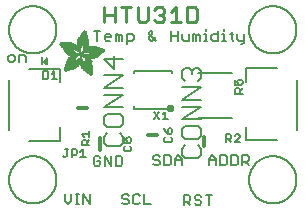
<source format=gbr>
G04 EAGLE Gerber RS-274X export*
G75*
%MOMM*%
%FSLAX34Y34*%
%LPD*%
%INSilkscreen Top*%
%IPPOS*%
%AMOC8*
5,1,8,0,0,1.08239X$1,22.5*%
G01*
%ADD10C,0.152400*%
%ADD11C,0.228600*%
%ADD12C,0.127000*%
%ADD13C,0.304800*%
%ADD14C,0.203200*%
%ADD15R,0.050800X0.006300*%
%ADD16R,0.082600X0.006400*%
%ADD17R,0.120600X0.006300*%
%ADD18R,0.139700X0.006400*%
%ADD19R,0.158800X0.006300*%
%ADD20R,0.177800X0.006400*%
%ADD21R,0.196800X0.006300*%
%ADD22R,0.215900X0.006400*%
%ADD23R,0.228600X0.006300*%
%ADD24R,0.241300X0.006400*%
%ADD25R,0.254000X0.006300*%
%ADD26R,0.266700X0.006400*%
%ADD27R,0.279400X0.006300*%
%ADD28R,0.285700X0.006400*%
%ADD29R,0.298400X0.006300*%
%ADD30R,0.311200X0.006400*%
%ADD31R,0.317500X0.006300*%
%ADD32R,0.330200X0.006400*%
%ADD33R,0.336600X0.006300*%
%ADD34R,0.349200X0.006400*%
%ADD35R,0.361900X0.006300*%
%ADD36R,0.368300X0.006400*%
%ADD37R,0.381000X0.006300*%
%ADD38R,0.387300X0.006400*%
%ADD39R,0.393700X0.006300*%
%ADD40R,0.406400X0.006400*%
%ADD41R,0.412700X0.006300*%
%ADD42R,0.419100X0.006400*%
%ADD43R,0.431800X0.006300*%
%ADD44R,0.438100X0.006400*%
%ADD45R,0.450800X0.006300*%
%ADD46R,0.457200X0.006400*%
%ADD47R,0.463500X0.006300*%
%ADD48R,0.476200X0.006400*%
%ADD49R,0.482600X0.006300*%
%ADD50R,0.488900X0.006400*%
%ADD51R,0.501600X0.006300*%
%ADD52R,0.508000X0.006400*%
%ADD53R,0.514300X0.006300*%
%ADD54R,0.527000X0.006400*%
%ADD55R,0.533400X0.006300*%
%ADD56R,0.546100X0.006400*%
%ADD57R,0.552400X0.006300*%
%ADD58R,0.558800X0.006400*%
%ADD59R,0.571500X0.006300*%
%ADD60R,0.577800X0.006400*%
%ADD61R,0.584200X0.006300*%
%ADD62R,0.596900X0.006400*%
%ADD63R,0.603200X0.006300*%
%ADD64R,0.609600X0.006400*%
%ADD65R,0.622300X0.006300*%
%ADD66R,0.628600X0.006400*%
%ADD67R,0.641300X0.006300*%
%ADD68R,0.647700X0.006400*%
%ADD69R,0.063500X0.006300*%
%ADD70R,0.654000X0.006300*%
%ADD71R,0.101600X0.006400*%
%ADD72R,0.666700X0.006400*%
%ADD73R,0.139700X0.006300*%
%ADD74R,0.673100X0.006300*%
%ADD75R,0.165100X0.006400*%
%ADD76R,0.679400X0.006400*%
%ADD77R,0.196900X0.006300*%
%ADD78R,0.692100X0.006300*%
%ADD79R,0.222200X0.006400*%
%ADD80R,0.698500X0.006400*%
%ADD81R,0.247700X0.006300*%
%ADD82R,0.704800X0.006300*%
%ADD83R,0.279400X0.006400*%
%ADD84R,0.717500X0.006400*%
%ADD85R,0.298500X0.006300*%
%ADD86R,0.723900X0.006300*%
%ADD87R,0.736600X0.006400*%
%ADD88R,0.342900X0.006300*%
%ADD89R,0.742900X0.006300*%
%ADD90R,0.374700X0.006400*%
%ADD91R,0.749300X0.006400*%
%ADD92R,0.762000X0.006300*%
%ADD93R,0.412700X0.006400*%
%ADD94R,0.768300X0.006400*%
%ADD95R,0.438100X0.006300*%
%ADD96R,0.774700X0.006300*%
%ADD97R,0.463600X0.006400*%
%ADD98R,0.787400X0.006400*%
%ADD99R,0.793700X0.006300*%
%ADD100R,0.495300X0.006400*%
%ADD101R,0.800100X0.006400*%
%ADD102R,0.520700X0.006300*%
%ADD103R,0.812800X0.006300*%
%ADD104R,0.533400X0.006400*%
%ADD105R,0.819100X0.006400*%
%ADD106R,0.558800X0.006300*%
%ADD107R,0.825500X0.006300*%
%ADD108R,0.577900X0.006400*%
%ADD109R,0.831800X0.006400*%
%ADD110R,0.596900X0.006300*%
%ADD111R,0.844500X0.006300*%
%ADD112R,0.616000X0.006400*%
%ADD113R,0.850900X0.006400*%
%ADD114R,0.635000X0.006300*%
%ADD115R,0.857200X0.006300*%
%ADD116R,0.654100X0.006400*%
%ADD117R,0.863600X0.006400*%
%ADD118R,0.666700X0.006300*%
%ADD119R,0.869900X0.006300*%
%ADD120R,0.685800X0.006400*%
%ADD121R,0.876300X0.006400*%
%ADD122R,0.882600X0.006300*%
%ADD123R,0.723900X0.006400*%
%ADD124R,0.889000X0.006400*%
%ADD125R,0.895300X0.006300*%
%ADD126R,0.755700X0.006400*%
%ADD127R,0.901700X0.006400*%
%ADD128R,0.908000X0.006300*%
%ADD129R,0.793800X0.006400*%
%ADD130R,0.914400X0.006400*%
%ADD131R,0.806400X0.006300*%
%ADD132R,0.920700X0.006300*%
%ADD133R,0.825500X0.006400*%
%ADD134R,0.927100X0.006400*%
%ADD135R,0.933400X0.006300*%
%ADD136R,0.857300X0.006400*%
%ADD137R,0.939800X0.006400*%
%ADD138R,0.870000X0.006300*%
%ADD139R,0.939800X0.006300*%
%ADD140R,0.946100X0.006400*%
%ADD141R,0.952500X0.006300*%
%ADD142R,0.908000X0.006400*%
%ADD143R,0.958800X0.006400*%
%ADD144R,0.965200X0.006300*%
%ADD145R,0.965200X0.006400*%
%ADD146R,0.971500X0.006300*%
%ADD147R,0.952500X0.006400*%
%ADD148R,0.977900X0.006400*%
%ADD149R,0.958800X0.006300*%
%ADD150R,0.984200X0.006300*%
%ADD151R,0.971500X0.006400*%
%ADD152R,0.984200X0.006400*%
%ADD153R,0.990600X0.006300*%
%ADD154R,0.984300X0.006400*%
%ADD155R,0.996900X0.006400*%
%ADD156R,0.997000X0.006300*%
%ADD157R,0.996900X0.006300*%
%ADD158R,1.003300X0.006400*%
%ADD159R,1.016000X0.006300*%
%ADD160R,1.009600X0.006300*%
%ADD161R,1.016000X0.006400*%
%ADD162R,1.009600X0.006400*%
%ADD163R,1.022300X0.006300*%
%ADD164R,1.028700X0.006400*%
%ADD165R,1.035100X0.006300*%
%ADD166R,1.047800X0.006400*%
%ADD167R,1.054100X0.006300*%
%ADD168R,1.028700X0.006300*%
%ADD169R,1.054100X0.006400*%
%ADD170R,1.035000X0.006400*%
%ADD171R,1.060400X0.006300*%
%ADD172R,1.035000X0.006300*%
%ADD173R,1.060500X0.006400*%
%ADD174R,1.041400X0.006400*%
%ADD175R,1.066800X0.006300*%
%ADD176R,1.041400X0.006300*%
%ADD177R,1.079500X0.006400*%
%ADD178R,1.047700X0.006400*%
%ADD179R,1.085900X0.006300*%
%ADD180R,1.047700X0.006300*%
%ADD181R,1.085800X0.006400*%
%ADD182R,1.092200X0.006300*%
%ADD183R,1.085900X0.006400*%
%ADD184R,1.098600X0.006300*%
%ADD185R,1.098600X0.006400*%
%ADD186R,1.060400X0.006400*%
%ADD187R,1.104900X0.006300*%
%ADD188R,1.104900X0.006400*%
%ADD189R,1.066800X0.006400*%
%ADD190R,1.111200X0.006300*%
%ADD191R,1.117600X0.006400*%
%ADD192R,1.117600X0.006300*%
%ADD193R,1.073100X0.006300*%
%ADD194R,1.073100X0.006400*%
%ADD195R,1.124000X0.006300*%
%ADD196R,1.079500X0.006300*%
%ADD197R,1.123900X0.006400*%
%ADD198R,1.130300X0.006300*%
%ADD199R,1.130300X0.006400*%
%ADD200R,1.136700X0.006400*%
%ADD201R,1.136700X0.006300*%
%ADD202R,1.085800X0.006300*%
%ADD203R,1.136600X0.006400*%
%ADD204R,1.136600X0.006300*%
%ADD205R,1.143000X0.006400*%
%ADD206R,1.143000X0.006300*%
%ADD207R,1.149400X0.006300*%
%ADD208R,1.149300X0.006300*%
%ADD209R,1.149300X0.006400*%
%ADD210R,1.149400X0.006400*%
%ADD211R,1.155700X0.006400*%
%ADD212R,1.155700X0.006300*%
%ADD213R,1.060500X0.006300*%
%ADD214R,2.197100X0.006400*%
%ADD215R,2.197100X0.006300*%
%ADD216R,2.184400X0.006300*%
%ADD217R,2.184400X0.006400*%
%ADD218R,2.171700X0.006400*%
%ADD219R,2.171700X0.006300*%
%ADD220R,1.530300X0.006400*%
%ADD221R,1.505000X0.006300*%
%ADD222R,1.492300X0.006400*%
%ADD223R,1.485900X0.006300*%
%ADD224R,0.565200X0.006300*%
%ADD225R,1.473200X0.006400*%
%ADD226R,0.565200X0.006400*%
%ADD227R,1.460500X0.006300*%
%ADD228R,1.454100X0.006400*%
%ADD229R,0.552400X0.006400*%
%ADD230R,1.441500X0.006300*%
%ADD231R,0.546100X0.006300*%
%ADD232R,1.435100X0.006400*%
%ADD233R,0.539800X0.006400*%
%ADD234R,1.428800X0.006300*%
%ADD235R,1.422400X0.006400*%
%ADD236R,1.409700X0.006300*%
%ADD237R,0.527100X0.006300*%
%ADD238R,1.403300X0.006400*%
%ADD239R,0.527100X0.006400*%
%ADD240R,1.390700X0.006300*%
%ADD241R,1.384300X0.006400*%
%ADD242R,0.520700X0.006400*%
%ADD243R,1.384300X0.006300*%
%ADD244R,0.514400X0.006300*%
%ADD245R,1.371600X0.006400*%
%ADD246R,1.365200X0.006300*%
%ADD247R,0.508000X0.006300*%
%ADD248R,1.352600X0.006400*%
%ADD249R,0.501700X0.006400*%
%ADD250R,0.711200X0.006300*%
%ADD251R,0.603300X0.006300*%
%ADD252R,0.501700X0.006300*%
%ADD253R,0.692100X0.006400*%
%ADD254R,0.571500X0.006400*%
%ADD255R,0.679400X0.006300*%
%ADD256R,0.495300X0.006300*%
%ADD257R,0.673100X0.006400*%
%ADD258R,0.666800X0.006300*%
%ADD259R,0.488900X0.006300*%
%ADD260R,0.660400X0.006400*%
%ADD261R,0.482600X0.006400*%
%ADD262R,0.476200X0.006300*%
%ADD263R,0.654000X0.006400*%
%ADD264R,0.469900X0.006400*%
%ADD265R,0.476300X0.006400*%
%ADD266R,0.647700X0.006300*%
%ADD267R,0.457200X0.006300*%
%ADD268R,0.469900X0.006300*%
%ADD269R,0.641300X0.006400*%
%ADD270R,0.444500X0.006400*%
%ADD271R,0.463600X0.006300*%
%ADD272R,0.635000X0.006400*%
%ADD273R,0.463500X0.006400*%
%ADD274R,0.393700X0.006400*%
%ADD275R,0.450800X0.006400*%
%ADD276R,0.628600X0.006300*%
%ADD277R,0.387400X0.006300*%
%ADD278R,0.450900X0.006300*%
%ADD279R,0.628700X0.006400*%
%ADD280R,0.374600X0.006400*%
%ADD281R,0.368300X0.006300*%
%ADD282R,0.438200X0.006300*%
%ADD283R,0.622300X0.006400*%
%ADD284R,0.355600X0.006400*%
%ADD285R,0.431800X0.006400*%
%ADD286R,0.349300X0.006300*%
%ADD287R,0.425400X0.006300*%
%ADD288R,0.615900X0.006300*%
%ADD289R,0.330200X0.006300*%
%ADD290R,0.419100X0.006300*%
%ADD291R,0.616000X0.006300*%
%ADD292R,0.311200X0.006300*%
%ADD293R,0.406400X0.006300*%
%ADD294R,0.615900X0.006400*%
%ADD295R,0.304800X0.006400*%
%ADD296R,0.158800X0.006400*%
%ADD297R,0.609600X0.006300*%
%ADD298R,0.292100X0.006300*%
%ADD299R,0.235000X0.006300*%
%ADD300R,0.387400X0.006400*%
%ADD301R,0.292100X0.006400*%
%ADD302R,0.336500X0.006300*%
%ADD303R,0.260400X0.006300*%
%ADD304R,0.603300X0.006400*%
%ADD305R,0.260400X0.006400*%
%ADD306R,0.362000X0.006400*%
%ADD307R,0.450900X0.006400*%
%ADD308R,0.355600X0.006300*%
%ADD309R,0.342900X0.006400*%
%ADD310R,0.514300X0.006400*%
%ADD311R,0.234900X0.006300*%
%ADD312R,0.539700X0.006300*%
%ADD313R,0.603200X0.006400*%
%ADD314R,0.234900X0.006400*%
%ADD315R,0.920700X0.006400*%
%ADD316R,0.958900X0.006400*%
%ADD317R,0.215900X0.006300*%
%ADD318R,0.209600X0.006400*%
%ADD319R,0.203200X0.006300*%
%ADD320R,1.003300X0.006300*%
%ADD321R,0.203200X0.006400*%
%ADD322R,0.196900X0.006400*%
%ADD323R,0.190500X0.006300*%
%ADD324R,0.190500X0.006400*%
%ADD325R,0.184200X0.006300*%
%ADD326R,0.590500X0.006400*%
%ADD327R,0.184200X0.006400*%
%ADD328R,0.590500X0.006300*%
%ADD329R,0.177800X0.006300*%
%ADD330R,0.584200X0.006400*%
%ADD331R,1.168400X0.006400*%
%ADD332R,0.171500X0.006300*%
%ADD333R,1.187500X0.006300*%
%ADD334R,1.200100X0.006400*%
%ADD335R,0.577800X0.006300*%
%ADD336R,1.212900X0.006300*%
%ADD337R,1.231900X0.006400*%
%ADD338R,1.250900X0.006300*%
%ADD339R,0.565100X0.006400*%
%ADD340R,0.184100X0.006400*%
%ADD341R,1.263700X0.006400*%
%ADD342R,0.565100X0.006300*%
%ADD343R,1.289100X0.006300*%
%ADD344R,1.314400X0.006400*%
%ADD345R,0.552500X0.006300*%
%ADD346R,1.568500X0.006300*%
%ADD347R,0.552500X0.006400*%
%ADD348R,1.581200X0.006400*%
%ADD349R,1.593800X0.006300*%
%ADD350R,1.606500X0.006400*%
%ADD351R,1.619300X0.006300*%
%ADD352R,0.514400X0.006400*%
%ADD353R,1.638300X0.006400*%
%ADD354R,1.657300X0.006300*%
%ADD355R,2.209800X0.006400*%
%ADD356R,2.425700X0.006300*%
%ADD357R,2.470100X0.006400*%
%ADD358R,2.501900X0.006300*%
%ADD359R,2.533700X0.006400*%
%ADD360R,2.559000X0.006300*%
%ADD361R,2.584500X0.006400*%
%ADD362R,2.609900X0.006300*%
%ADD363R,2.628900X0.006400*%
%ADD364R,2.660600X0.006300*%
%ADD365R,2.673400X0.006400*%
%ADD366R,1.422400X0.006300*%
%ADD367R,1.200200X0.006300*%
%ADD368R,1.365300X0.006300*%
%ADD369R,1.365300X0.006400*%
%ADD370R,1.352500X0.006300*%
%ADD371R,1.098500X0.006300*%
%ADD372R,1.358900X0.006400*%
%ADD373R,1.352600X0.006300*%
%ADD374R,1.358900X0.006300*%
%ADD375R,1.371600X0.006300*%
%ADD376R,1.377900X0.006400*%
%ADD377R,1.397000X0.006400*%
%ADD378R,1.403300X0.006300*%
%ADD379R,0.914400X0.006300*%
%ADD380R,0.876300X0.006300*%
%ADD381R,0.374600X0.006300*%
%ADD382R,1.073200X0.006400*%
%ADD383R,0.374700X0.006300*%
%ADD384R,0.844600X0.006400*%
%ADD385R,0.844600X0.006300*%
%ADD386R,0.831900X0.006400*%
%ADD387R,1.092200X0.006400*%
%ADD388R,0.400000X0.006300*%
%ADD389R,0.819200X0.006400*%
%ADD390R,1.111300X0.006400*%
%ADD391R,0.812800X0.006400*%
%ADD392R,0.800100X0.006300*%
%ADD393R,0.476300X0.006300*%
%ADD394R,1.181100X0.006300*%
%ADD395R,0.501600X0.006400*%
%ADD396R,1.193800X0.006400*%
%ADD397R,0.781000X0.006400*%
%ADD398R,1.238200X0.006400*%
%ADD399R,0.781100X0.006300*%
%ADD400R,1.257300X0.006300*%
%ADD401R,1.295400X0.006400*%
%ADD402R,1.333500X0.006300*%
%ADD403R,0.774700X0.006400*%
%ADD404R,1.866900X0.006400*%
%ADD405R,0.209600X0.006300*%
%ADD406R,1.866900X0.006300*%
%ADD407R,0.768400X0.006400*%
%ADD408R,0.209500X0.006400*%
%ADD409R,1.860600X0.006400*%
%ADD410R,0.762000X0.006400*%
%ADD411R,0.768400X0.006300*%
%ADD412R,1.860600X0.006300*%
%ADD413R,1.860500X0.006400*%
%ADD414R,0.222300X0.006300*%
%ADD415R,1.854200X0.006300*%
%ADD416R,0.235000X0.006400*%
%ADD417R,1.854200X0.006400*%
%ADD418R,0.768300X0.006300*%
%ADD419R,0.260300X0.006400*%
%ADD420R,1.847800X0.006400*%
%ADD421R,0.266700X0.006300*%
%ADD422R,1.847800X0.006300*%
%ADD423R,0.273100X0.006400*%
%ADD424R,1.841500X0.006400*%
%ADD425R,0.285800X0.006300*%
%ADD426R,1.841500X0.006300*%
%ADD427R,0.298500X0.006400*%
%ADD428R,1.835100X0.006400*%
%ADD429R,0.781000X0.006300*%
%ADD430R,0.304800X0.006300*%
%ADD431R,1.835100X0.006300*%
%ADD432R,0.317500X0.006400*%
%ADD433R,1.828800X0.006400*%
%ADD434R,0.787400X0.006300*%
%ADD435R,0.323800X0.006300*%
%ADD436R,1.828800X0.006300*%
%ADD437R,0.793700X0.006400*%
%ADD438R,1.822400X0.006400*%
%ADD439R,0.806500X0.006300*%
%ADD440R,1.822400X0.006300*%
%ADD441R,1.816100X0.006400*%
%ADD442R,0.819100X0.006300*%
%ADD443R,0.387300X0.006300*%
%ADD444R,1.816100X0.006300*%
%ADD445R,1.809800X0.006400*%
%ADD446R,1.803400X0.006300*%
%ADD447R,1.797000X0.006400*%
%ADD448R,0.901700X0.006300*%
%ADD449R,1.797000X0.006300*%
%ADD450R,1.441400X0.006400*%
%ADD451R,1.790700X0.006400*%
%ADD452R,1.447800X0.006300*%
%ADD453R,1.784300X0.006300*%
%ADD454R,1.447800X0.006400*%
%ADD455R,1.784300X0.006400*%
%ADD456R,1.454100X0.006300*%
%ADD457R,1.771700X0.006300*%
%ADD458R,1.460500X0.006400*%
%ADD459R,1.759000X0.006400*%
%ADD460R,1.466800X0.006300*%
%ADD461R,1.752600X0.006300*%
%ADD462R,1.466800X0.006400*%
%ADD463R,1.739900X0.006400*%
%ADD464R,1.473200X0.006300*%
%ADD465R,1.727200X0.006300*%
%ADD466R,1.479500X0.006400*%
%ADD467R,1.714500X0.006400*%
%ADD468R,1.695400X0.006300*%
%ADD469R,1.485900X0.006400*%
%ADD470R,1.682700X0.006400*%
%ADD471R,1.492200X0.006300*%
%ADD472R,1.663700X0.006300*%
%ADD473R,1.498600X0.006400*%
%ADD474R,1.644600X0.006400*%
%ADD475R,1.498600X0.006300*%
%ADD476R,1.619200X0.006300*%
%ADD477R,1.511300X0.006400*%
%ADD478R,1.600200X0.006400*%
%ADD479R,1.517700X0.006300*%
%ADD480R,1.574800X0.006300*%
%ADD481R,1.524000X0.006400*%
%ADD482R,1.555800X0.006400*%
%ADD483R,1.524000X0.006300*%
%ADD484R,1.536700X0.006300*%
%ADD485R,1.530400X0.006400*%
%ADD486R,1.517700X0.006400*%
%ADD487R,1.492300X0.006300*%
%ADD488R,1.549400X0.006400*%
%ADD489R,1.479600X0.006400*%
%ADD490R,1.549400X0.006300*%
%ADD491R,1.555700X0.006400*%
%ADD492R,1.562100X0.006300*%
%ADD493R,0.323900X0.006300*%
%ADD494R,1.568400X0.006400*%
%ADD495R,0.336600X0.006400*%
%ADD496R,1.587500X0.006300*%
%ADD497R,0.971600X0.006300*%
%ADD498R,0.349300X0.006400*%
%ADD499R,1.600200X0.006300*%
%ADD500R,0.920800X0.006300*%
%ADD501R,0.882700X0.006400*%
%ADD502R,1.612900X0.006300*%
%ADD503R,0.362000X0.006300*%
%ADD504R,1.625600X0.006400*%
%ADD505R,1.625600X0.006300*%
%ADD506R,1.644600X0.006300*%
%ADD507R,0.736600X0.006300*%
%ADD508R,0.717600X0.006400*%
%ADD509R,1.657400X0.006300*%
%ADD510R,0.679500X0.006300*%
%ADD511R,1.663700X0.006400*%
%ADD512R,0.400000X0.006400*%
%ADD513R,1.676400X0.006300*%
%ADD514R,1.676400X0.006400*%
%ADD515R,0.425500X0.006400*%
%ADD516R,1.352500X0.006400*%
%ADD517R,0.444500X0.006300*%
%ADD518R,0.361900X0.006400*%
%ADD519R,0.088900X0.006300*%
%ADD520R,1.009700X0.006300*%
%ADD521R,1.009700X0.006400*%
%ADD522R,1.022300X0.006400*%
%ADD523R,1.346200X0.006400*%
%ADD524R,1.346200X0.006300*%
%ADD525R,1.339900X0.006400*%
%ADD526R,1.035100X0.006400*%
%ADD527R,1.339800X0.006300*%
%ADD528R,1.333500X0.006400*%
%ADD529R,1.327200X0.006400*%
%ADD530R,1.320800X0.006300*%
%ADD531R,1.314500X0.006400*%
%ADD532R,1.314400X0.006300*%
%ADD533R,1.301700X0.006400*%
%ADD534R,1.295400X0.006300*%
%ADD535R,1.289000X0.006400*%
%ADD536R,1.276300X0.006300*%
%ADD537R,1.251000X0.006300*%
%ADD538R,1.244600X0.006400*%
%ADD539R,1.231900X0.006300*%
%ADD540R,1.212800X0.006400*%
%ADD541R,1.200100X0.006300*%
%ADD542R,1.187400X0.006400*%
%ADD543R,1.168400X0.006300*%
%ADD544R,1.047800X0.006300*%
%ADD545R,0.977900X0.006300*%
%ADD546R,0.946200X0.006400*%
%ADD547R,0.933400X0.006400*%
%ADD548R,0.895300X0.006400*%
%ADD549R,0.882700X0.006300*%
%ADD550R,0.863600X0.006300*%
%ADD551R,0.857200X0.006400*%
%ADD552R,0.850900X0.006300*%
%ADD553R,0.838200X0.006300*%
%ADD554R,0.806500X0.006400*%
%ADD555R,0.717600X0.006300*%
%ADD556R,0.711200X0.006400*%
%ADD557R,0.641400X0.006400*%
%ADD558R,0.641400X0.006300*%
%ADD559R,0.628700X0.006300*%
%ADD560R,0.590600X0.006300*%
%ADD561R,0.539700X0.006400*%
%ADD562R,0.285700X0.006300*%
%ADD563R,0.222200X0.006300*%
%ADD564R,0.171400X0.006300*%
%ADD565R,0.152400X0.006400*%
%ADD566R,0.133400X0.006300*%
%ADD567R,0.127000X0.762000*%

G36*
X37348Y122433D02*
X37348Y122433D01*
X37377Y122430D01*
X37469Y122450D01*
X37562Y122463D01*
X37589Y122476D01*
X37618Y122482D01*
X37698Y122530D01*
X37782Y122572D01*
X37803Y122593D01*
X37829Y122608D01*
X37890Y122680D01*
X37956Y122746D01*
X37969Y122772D01*
X37989Y122795D01*
X38024Y122882D01*
X38066Y122966D01*
X38070Y122996D01*
X38081Y123023D01*
X38099Y123190D01*
X38099Y128270D01*
X38094Y128299D01*
X38097Y128329D01*
X38075Y128420D01*
X38060Y128513D01*
X38046Y128539D01*
X38039Y128568D01*
X37988Y128647D01*
X37944Y128730D01*
X37923Y128751D01*
X37907Y128776D01*
X37834Y128835D01*
X37766Y128900D01*
X37739Y128912D01*
X37716Y128931D01*
X37628Y128964D01*
X37543Y129003D01*
X37513Y129006D01*
X37486Y129017D01*
X37392Y129020D01*
X37299Y129030D01*
X37269Y129024D01*
X37240Y129025D01*
X37150Y128998D01*
X37058Y128978D01*
X37033Y128963D01*
X37004Y128954D01*
X36862Y128864D01*
X33687Y126324D01*
X33618Y126247D01*
X33545Y126174D01*
X33536Y126157D01*
X33523Y126142D01*
X33481Y126046D01*
X33435Y125954D01*
X33433Y125934D01*
X33425Y125916D01*
X33416Y125813D01*
X33402Y125710D01*
X33406Y125691D01*
X33404Y125671D01*
X33429Y125570D01*
X33448Y125468D01*
X33458Y125451D01*
X33462Y125432D01*
X33518Y125345D01*
X33569Y125254D01*
X33586Y125237D01*
X33594Y125224D01*
X33619Y125204D01*
X33687Y125136D01*
X36862Y122596D01*
X36888Y122581D01*
X36910Y122561D01*
X36995Y122521D01*
X37077Y122475D01*
X37106Y122469D01*
X37133Y122457D01*
X37226Y122447D01*
X37318Y122429D01*
X37348Y122433D01*
G37*
D10*
X52423Y13215D02*
X52423Y7453D01*
X55305Y4572D01*
X58186Y7453D01*
X58186Y13215D01*
X61779Y4572D02*
X64660Y4572D01*
X63219Y4572D02*
X63219Y13215D01*
X61779Y13215D02*
X64660Y13215D01*
X68015Y13215D02*
X68015Y4572D01*
X73778Y4572D02*
X68015Y13215D01*
X73778Y13215D02*
X73778Y4572D01*
X82661Y44160D02*
X81221Y45600D01*
X78340Y45600D01*
X76899Y44160D01*
X76899Y38398D01*
X78340Y36957D01*
X81221Y36957D01*
X82661Y38398D01*
X82661Y41279D01*
X79780Y41279D01*
X86254Y45600D02*
X86254Y36957D01*
X92017Y36957D02*
X86254Y45600D01*
X92017Y45600D02*
X92017Y36957D01*
X95610Y36957D02*
X95610Y45600D01*
X95610Y36957D02*
X99931Y36957D01*
X101372Y38398D01*
X101372Y44160D01*
X99931Y45600D01*
X95610Y45600D01*
X105351Y13215D02*
X106791Y11775D01*
X105351Y13215D02*
X102470Y13215D01*
X101029Y11775D01*
X101029Y10334D01*
X102470Y8894D01*
X105351Y8894D01*
X106791Y7453D01*
X106791Y6013D01*
X105351Y4572D01*
X102470Y4572D01*
X101029Y6013D01*
X114706Y13215D02*
X116147Y11775D01*
X114706Y13215D02*
X111825Y13215D01*
X110384Y11775D01*
X110384Y6013D01*
X111825Y4572D01*
X114706Y4572D01*
X116147Y6013D01*
X119740Y4572D02*
X119740Y13215D01*
X119740Y4572D02*
X125502Y4572D01*
X132826Y44795D02*
X131386Y46235D01*
X128505Y46235D01*
X127064Y44795D01*
X127064Y43354D01*
X128505Y41914D01*
X131386Y41914D01*
X132826Y40473D01*
X132826Y39033D01*
X131386Y37592D01*
X128505Y37592D01*
X127064Y39033D01*
X136419Y37592D02*
X136419Y46235D01*
X136419Y37592D02*
X140741Y37592D01*
X142182Y39033D01*
X142182Y44795D01*
X140741Y46235D01*
X136419Y46235D01*
X145775Y43354D02*
X145775Y37592D01*
X145775Y43354D02*
X148656Y46235D01*
X151537Y43354D01*
X151537Y37592D01*
X151537Y41914D02*
X145775Y41914D01*
D11*
X86045Y158623D02*
X86045Y171588D01*
X86045Y165106D02*
X94688Y165106D01*
X94688Y171588D02*
X94688Y158623D01*
X104399Y158623D02*
X104399Y171588D01*
X100077Y171588D02*
X108721Y171588D01*
X114110Y171588D02*
X114110Y160784D01*
X116271Y158623D01*
X120593Y158623D01*
X122754Y160784D01*
X122754Y171588D01*
X128143Y169427D02*
X130304Y171588D01*
X134626Y171588D01*
X136786Y169427D01*
X136786Y167266D01*
X134626Y165106D01*
X132465Y165106D01*
X134626Y165106D02*
X136786Y162945D01*
X136786Y160784D01*
X134626Y158623D01*
X130304Y158623D01*
X128143Y160784D01*
X142176Y167266D02*
X146497Y171588D01*
X146497Y158623D01*
X142176Y158623D02*
X150819Y158623D01*
X156209Y158623D02*
X156209Y171588D01*
X156209Y158623D02*
X162691Y158623D01*
X164852Y160784D01*
X164852Y169427D01*
X162691Y171588D01*
X156209Y171588D01*
D10*
X79762Y151645D02*
X79762Y143002D01*
X76881Y151645D02*
X82643Y151645D01*
X87676Y143002D02*
X90558Y143002D01*
X87676Y143002D02*
X86236Y144443D01*
X86236Y147324D01*
X87676Y148764D01*
X90558Y148764D01*
X91998Y147324D01*
X91998Y145883D01*
X86236Y145883D01*
X95591Y143002D02*
X95591Y148764D01*
X97032Y148764D01*
X98472Y147324D01*
X98472Y143002D01*
X98472Y147324D02*
X99913Y148764D01*
X101353Y147324D01*
X101353Y143002D01*
X104946Y140121D02*
X104946Y148764D01*
X109268Y148764D01*
X110708Y147324D01*
X110708Y144443D01*
X109268Y143002D01*
X104946Y143002D01*
X126538Y143002D02*
X129419Y145883D01*
X126538Y143002D02*
X125097Y143002D01*
X123657Y144443D01*
X123657Y145883D01*
X126538Y148764D01*
X126538Y150205D01*
X125097Y151645D01*
X123657Y150205D01*
X123657Y148764D01*
X129419Y143002D01*
X142367Y143002D02*
X142367Y151645D01*
X142367Y147324D02*
X148129Y147324D01*
X148129Y151645D02*
X148129Y143002D01*
X151722Y144443D02*
X151722Y148764D01*
X151722Y144443D02*
X153163Y143002D01*
X157484Y143002D01*
X157484Y148764D01*
X161077Y148764D02*
X161077Y143002D01*
X161077Y148764D02*
X162518Y148764D01*
X163958Y147324D01*
X163958Y143002D01*
X163958Y147324D02*
X165399Y148764D01*
X166840Y147324D01*
X166840Y143002D01*
X170433Y148764D02*
X171873Y148764D01*
X171873Y143002D01*
X170433Y143002D02*
X173314Y143002D01*
X171873Y151645D02*
X171873Y153086D01*
X182432Y151645D02*
X182432Y143002D01*
X178110Y143002D01*
X176669Y144443D01*
X176669Y147324D01*
X178110Y148764D01*
X182432Y148764D01*
X186025Y148764D02*
X187465Y148764D01*
X187465Y143002D01*
X186025Y143002D02*
X188906Y143002D01*
X187465Y151645D02*
X187465Y153086D01*
X193702Y150205D02*
X193702Y144443D01*
X195142Y143002D01*
X195142Y148764D02*
X192261Y148764D01*
X198498Y148764D02*
X198498Y144443D01*
X199939Y143002D01*
X204260Y143002D01*
X204260Y141561D02*
X204260Y148764D01*
X204260Y141561D02*
X202820Y140121D01*
X201379Y140121D01*
D12*
X8894Y125095D02*
X5928Y125095D01*
X8894Y125095D02*
X10377Y126578D01*
X10377Y129544D01*
X8894Y131027D01*
X5928Y131027D01*
X4445Y129544D01*
X4445Y126578D01*
X5928Y125095D01*
X13800Y125095D02*
X13800Y131027D01*
X18249Y131027D01*
X19732Y129544D01*
X19732Y125095D01*
D10*
X153099Y12580D02*
X153099Y3937D01*
X153099Y12580D02*
X157421Y12580D01*
X158861Y11140D01*
X158861Y8259D01*
X157421Y6818D01*
X153099Y6818D01*
X155980Y6818D02*
X158861Y3937D01*
X166776Y12580D02*
X168217Y11140D01*
X166776Y12580D02*
X163895Y12580D01*
X162454Y11140D01*
X162454Y9699D01*
X163895Y8259D01*
X166776Y8259D01*
X168217Y6818D01*
X168217Y5378D01*
X166776Y3937D01*
X163895Y3937D01*
X162454Y5378D01*
X174691Y3937D02*
X174691Y12580D01*
X171810Y12580D02*
X177572Y12580D01*
X174457Y37592D02*
X174457Y43354D01*
X177338Y46235D01*
X180219Y43354D01*
X180219Y37592D01*
X180219Y41914D02*
X174457Y41914D01*
X183812Y46235D02*
X183812Y37592D01*
X188134Y37592D01*
X189574Y39033D01*
X189574Y44795D01*
X188134Y46235D01*
X183812Y46235D01*
X193167Y46235D02*
X193167Y37592D01*
X197489Y37592D01*
X198929Y39033D01*
X198929Y44795D01*
X197489Y46235D01*
X193167Y46235D01*
X202522Y46235D02*
X202522Y37592D01*
X202522Y46235D02*
X206844Y46235D01*
X208284Y44795D01*
X208284Y41914D01*
X206844Y40473D01*
X202522Y40473D01*
X205403Y40473D02*
X208284Y37592D01*
D13*
X82550Y50800D02*
X82550Y60960D01*
D10*
X102356Y52599D02*
X103458Y53700D01*
X102356Y52599D02*
X102356Y50395D01*
X103458Y49294D01*
X107864Y49294D01*
X108966Y50395D01*
X108966Y52599D01*
X107864Y53700D01*
X102356Y56778D02*
X102356Y61184D01*
X102356Y56778D02*
X105661Y56778D01*
X104560Y58981D01*
X104560Y60083D01*
X105661Y61184D01*
X107864Y61184D01*
X108966Y60083D01*
X108966Y57879D01*
X107864Y56778D01*
D13*
X123000Y63500D02*
X131000Y63500D01*
D10*
X136646Y60219D02*
X137748Y61320D01*
X136646Y60219D02*
X136646Y58015D01*
X137748Y56914D01*
X142154Y56914D01*
X143256Y58015D01*
X143256Y60219D01*
X142154Y61320D01*
X137748Y66601D02*
X136646Y68804D01*
X137748Y66601D02*
X139951Y64398D01*
X142154Y64398D01*
X143256Y65499D01*
X143256Y67703D01*
X142154Y68804D01*
X141053Y68804D01*
X139951Y67703D01*
X139951Y64398D01*
D14*
X165705Y77520D02*
X193705Y77520D01*
X193705Y115520D02*
X165705Y115520D01*
D10*
X196461Y98314D02*
X203071Y98314D01*
X196461Y98314D02*
X196461Y101619D01*
X197563Y102720D01*
X199766Y102720D01*
X200868Y101619D01*
X200868Y98314D01*
X200868Y100517D02*
X203071Y102720D01*
X196461Y105798D02*
X196461Y110204D01*
X196461Y105798D02*
X199766Y105798D01*
X198665Y108001D01*
X198665Y109103D01*
X199766Y110204D01*
X201969Y110204D01*
X203071Y109103D01*
X203071Y106899D01*
X201969Y105798D01*
D14*
X5400Y152400D02*
X5406Y152891D01*
X5424Y153381D01*
X5454Y153871D01*
X5496Y154360D01*
X5550Y154848D01*
X5616Y155335D01*
X5694Y155819D01*
X5784Y156302D01*
X5886Y156782D01*
X5999Y157260D01*
X6124Y157734D01*
X6261Y158206D01*
X6409Y158674D01*
X6569Y159138D01*
X6740Y159598D01*
X6922Y160054D01*
X7116Y160505D01*
X7320Y160951D01*
X7536Y161392D01*
X7762Y161828D01*
X7998Y162258D01*
X8245Y162682D01*
X8503Y163100D01*
X8771Y163511D01*
X9048Y163916D01*
X9336Y164314D01*
X9633Y164705D01*
X9940Y165088D01*
X10256Y165463D01*
X10581Y165831D01*
X10915Y166191D01*
X11258Y166542D01*
X11609Y166885D01*
X11969Y167219D01*
X12337Y167544D01*
X12712Y167860D01*
X13095Y168167D01*
X13486Y168464D01*
X13884Y168752D01*
X14289Y169029D01*
X14700Y169297D01*
X15118Y169555D01*
X15542Y169802D01*
X15972Y170038D01*
X16408Y170264D01*
X16849Y170480D01*
X17295Y170684D01*
X17746Y170878D01*
X18202Y171060D01*
X18662Y171231D01*
X19126Y171391D01*
X19594Y171539D01*
X20066Y171676D01*
X20540Y171801D01*
X21018Y171914D01*
X21498Y172016D01*
X21981Y172106D01*
X22465Y172184D01*
X22952Y172250D01*
X23440Y172304D01*
X23929Y172346D01*
X24419Y172376D01*
X24909Y172394D01*
X25400Y172400D01*
X25891Y172394D01*
X26381Y172376D01*
X26871Y172346D01*
X27360Y172304D01*
X27848Y172250D01*
X28335Y172184D01*
X28819Y172106D01*
X29302Y172016D01*
X29782Y171914D01*
X30260Y171801D01*
X30734Y171676D01*
X31206Y171539D01*
X31674Y171391D01*
X32138Y171231D01*
X32598Y171060D01*
X33054Y170878D01*
X33505Y170684D01*
X33951Y170480D01*
X34392Y170264D01*
X34828Y170038D01*
X35258Y169802D01*
X35682Y169555D01*
X36100Y169297D01*
X36511Y169029D01*
X36916Y168752D01*
X37314Y168464D01*
X37705Y168167D01*
X38088Y167860D01*
X38463Y167544D01*
X38831Y167219D01*
X39191Y166885D01*
X39542Y166542D01*
X39885Y166191D01*
X40219Y165831D01*
X40544Y165463D01*
X40860Y165088D01*
X41167Y164705D01*
X41464Y164314D01*
X41752Y163916D01*
X42029Y163511D01*
X42297Y163100D01*
X42555Y162682D01*
X42802Y162258D01*
X43038Y161828D01*
X43264Y161392D01*
X43480Y160951D01*
X43684Y160505D01*
X43878Y160054D01*
X44060Y159598D01*
X44231Y159138D01*
X44391Y158674D01*
X44539Y158206D01*
X44676Y157734D01*
X44801Y157260D01*
X44914Y156782D01*
X45016Y156302D01*
X45106Y155819D01*
X45184Y155335D01*
X45250Y154848D01*
X45304Y154360D01*
X45346Y153871D01*
X45376Y153381D01*
X45394Y152891D01*
X45400Y152400D01*
X45394Y151909D01*
X45376Y151419D01*
X45346Y150929D01*
X45304Y150440D01*
X45250Y149952D01*
X45184Y149465D01*
X45106Y148981D01*
X45016Y148498D01*
X44914Y148018D01*
X44801Y147540D01*
X44676Y147066D01*
X44539Y146594D01*
X44391Y146126D01*
X44231Y145662D01*
X44060Y145202D01*
X43878Y144746D01*
X43684Y144295D01*
X43480Y143849D01*
X43264Y143408D01*
X43038Y142972D01*
X42802Y142542D01*
X42555Y142118D01*
X42297Y141700D01*
X42029Y141289D01*
X41752Y140884D01*
X41464Y140486D01*
X41167Y140095D01*
X40860Y139712D01*
X40544Y139337D01*
X40219Y138969D01*
X39885Y138609D01*
X39542Y138258D01*
X39191Y137915D01*
X38831Y137581D01*
X38463Y137256D01*
X38088Y136940D01*
X37705Y136633D01*
X37314Y136336D01*
X36916Y136048D01*
X36511Y135771D01*
X36100Y135503D01*
X35682Y135245D01*
X35258Y134998D01*
X34828Y134762D01*
X34392Y134536D01*
X33951Y134320D01*
X33505Y134116D01*
X33054Y133922D01*
X32598Y133740D01*
X32138Y133569D01*
X31674Y133409D01*
X31206Y133261D01*
X30734Y133124D01*
X30260Y132999D01*
X29782Y132886D01*
X29302Y132784D01*
X28819Y132694D01*
X28335Y132616D01*
X27848Y132550D01*
X27360Y132496D01*
X26871Y132454D01*
X26381Y132424D01*
X25891Y132406D01*
X25400Y132400D01*
X24909Y132406D01*
X24419Y132424D01*
X23929Y132454D01*
X23440Y132496D01*
X22952Y132550D01*
X22465Y132616D01*
X21981Y132694D01*
X21498Y132784D01*
X21018Y132886D01*
X20540Y132999D01*
X20066Y133124D01*
X19594Y133261D01*
X19126Y133409D01*
X18662Y133569D01*
X18202Y133740D01*
X17746Y133922D01*
X17295Y134116D01*
X16849Y134320D01*
X16408Y134536D01*
X15972Y134762D01*
X15542Y134998D01*
X15118Y135245D01*
X14700Y135503D01*
X14289Y135771D01*
X13884Y136048D01*
X13486Y136336D01*
X13095Y136633D01*
X12712Y136940D01*
X12337Y137256D01*
X11969Y137581D01*
X11609Y137915D01*
X11258Y138258D01*
X10915Y138609D01*
X10581Y138969D01*
X10256Y139337D01*
X9940Y139712D01*
X9633Y140095D01*
X9336Y140486D01*
X9048Y140884D01*
X8771Y141289D01*
X8503Y141700D01*
X8245Y142118D01*
X7998Y142542D01*
X7762Y142972D01*
X7536Y143408D01*
X7320Y143849D01*
X7116Y144295D01*
X6922Y144746D01*
X6740Y145202D01*
X6569Y145662D01*
X6409Y146126D01*
X6261Y146594D01*
X6124Y147066D01*
X5999Y147540D01*
X5886Y148018D01*
X5784Y148498D01*
X5694Y148981D01*
X5616Y149465D01*
X5550Y149952D01*
X5496Y150440D01*
X5454Y150929D01*
X5424Y151419D01*
X5406Y151909D01*
X5400Y152400D01*
X208600Y152400D02*
X208606Y152891D01*
X208624Y153381D01*
X208654Y153871D01*
X208696Y154360D01*
X208750Y154848D01*
X208816Y155335D01*
X208894Y155819D01*
X208984Y156302D01*
X209086Y156782D01*
X209199Y157260D01*
X209324Y157734D01*
X209461Y158206D01*
X209609Y158674D01*
X209769Y159138D01*
X209940Y159598D01*
X210122Y160054D01*
X210316Y160505D01*
X210520Y160951D01*
X210736Y161392D01*
X210962Y161828D01*
X211198Y162258D01*
X211445Y162682D01*
X211703Y163100D01*
X211971Y163511D01*
X212248Y163916D01*
X212536Y164314D01*
X212833Y164705D01*
X213140Y165088D01*
X213456Y165463D01*
X213781Y165831D01*
X214115Y166191D01*
X214458Y166542D01*
X214809Y166885D01*
X215169Y167219D01*
X215537Y167544D01*
X215912Y167860D01*
X216295Y168167D01*
X216686Y168464D01*
X217084Y168752D01*
X217489Y169029D01*
X217900Y169297D01*
X218318Y169555D01*
X218742Y169802D01*
X219172Y170038D01*
X219608Y170264D01*
X220049Y170480D01*
X220495Y170684D01*
X220946Y170878D01*
X221402Y171060D01*
X221862Y171231D01*
X222326Y171391D01*
X222794Y171539D01*
X223266Y171676D01*
X223740Y171801D01*
X224218Y171914D01*
X224698Y172016D01*
X225181Y172106D01*
X225665Y172184D01*
X226152Y172250D01*
X226640Y172304D01*
X227129Y172346D01*
X227619Y172376D01*
X228109Y172394D01*
X228600Y172400D01*
X229091Y172394D01*
X229581Y172376D01*
X230071Y172346D01*
X230560Y172304D01*
X231048Y172250D01*
X231535Y172184D01*
X232019Y172106D01*
X232502Y172016D01*
X232982Y171914D01*
X233460Y171801D01*
X233934Y171676D01*
X234406Y171539D01*
X234874Y171391D01*
X235338Y171231D01*
X235798Y171060D01*
X236254Y170878D01*
X236705Y170684D01*
X237151Y170480D01*
X237592Y170264D01*
X238028Y170038D01*
X238458Y169802D01*
X238882Y169555D01*
X239300Y169297D01*
X239711Y169029D01*
X240116Y168752D01*
X240514Y168464D01*
X240905Y168167D01*
X241288Y167860D01*
X241663Y167544D01*
X242031Y167219D01*
X242391Y166885D01*
X242742Y166542D01*
X243085Y166191D01*
X243419Y165831D01*
X243744Y165463D01*
X244060Y165088D01*
X244367Y164705D01*
X244664Y164314D01*
X244952Y163916D01*
X245229Y163511D01*
X245497Y163100D01*
X245755Y162682D01*
X246002Y162258D01*
X246238Y161828D01*
X246464Y161392D01*
X246680Y160951D01*
X246884Y160505D01*
X247078Y160054D01*
X247260Y159598D01*
X247431Y159138D01*
X247591Y158674D01*
X247739Y158206D01*
X247876Y157734D01*
X248001Y157260D01*
X248114Y156782D01*
X248216Y156302D01*
X248306Y155819D01*
X248384Y155335D01*
X248450Y154848D01*
X248504Y154360D01*
X248546Y153871D01*
X248576Y153381D01*
X248594Y152891D01*
X248600Y152400D01*
X248594Y151909D01*
X248576Y151419D01*
X248546Y150929D01*
X248504Y150440D01*
X248450Y149952D01*
X248384Y149465D01*
X248306Y148981D01*
X248216Y148498D01*
X248114Y148018D01*
X248001Y147540D01*
X247876Y147066D01*
X247739Y146594D01*
X247591Y146126D01*
X247431Y145662D01*
X247260Y145202D01*
X247078Y144746D01*
X246884Y144295D01*
X246680Y143849D01*
X246464Y143408D01*
X246238Y142972D01*
X246002Y142542D01*
X245755Y142118D01*
X245497Y141700D01*
X245229Y141289D01*
X244952Y140884D01*
X244664Y140486D01*
X244367Y140095D01*
X244060Y139712D01*
X243744Y139337D01*
X243419Y138969D01*
X243085Y138609D01*
X242742Y138258D01*
X242391Y137915D01*
X242031Y137581D01*
X241663Y137256D01*
X241288Y136940D01*
X240905Y136633D01*
X240514Y136336D01*
X240116Y136048D01*
X239711Y135771D01*
X239300Y135503D01*
X238882Y135245D01*
X238458Y134998D01*
X238028Y134762D01*
X237592Y134536D01*
X237151Y134320D01*
X236705Y134116D01*
X236254Y133922D01*
X235798Y133740D01*
X235338Y133569D01*
X234874Y133409D01*
X234406Y133261D01*
X233934Y133124D01*
X233460Y132999D01*
X232982Y132886D01*
X232502Y132784D01*
X232019Y132694D01*
X231535Y132616D01*
X231048Y132550D01*
X230560Y132496D01*
X230071Y132454D01*
X229581Y132424D01*
X229091Y132406D01*
X228600Y132400D01*
X228109Y132406D01*
X227619Y132424D01*
X227129Y132454D01*
X226640Y132496D01*
X226152Y132550D01*
X225665Y132616D01*
X225181Y132694D01*
X224698Y132784D01*
X224218Y132886D01*
X223740Y132999D01*
X223266Y133124D01*
X222794Y133261D01*
X222326Y133409D01*
X221862Y133569D01*
X221402Y133740D01*
X220946Y133922D01*
X220495Y134116D01*
X220049Y134320D01*
X219608Y134536D01*
X219172Y134762D01*
X218742Y134998D01*
X218318Y135245D01*
X217900Y135503D01*
X217489Y135771D01*
X217084Y136048D01*
X216686Y136336D01*
X216295Y136633D01*
X215912Y136940D01*
X215537Y137256D01*
X215169Y137581D01*
X214809Y137915D01*
X214458Y138258D01*
X214115Y138609D01*
X213781Y138969D01*
X213456Y139337D01*
X213140Y139712D01*
X212833Y140095D01*
X212536Y140486D01*
X212248Y140884D01*
X211971Y141289D01*
X211703Y141700D01*
X211445Y142118D01*
X211198Y142542D01*
X210962Y142972D01*
X210736Y143408D01*
X210520Y143849D01*
X210316Y144295D01*
X210122Y144746D01*
X209940Y145202D01*
X209769Y145662D01*
X209609Y146126D01*
X209461Y146594D01*
X209324Y147066D01*
X209199Y147540D01*
X209086Y148018D01*
X208984Y148498D01*
X208894Y148981D01*
X208816Y149465D01*
X208750Y149952D01*
X208696Y150440D01*
X208654Y150929D01*
X208624Y151419D01*
X208606Y151909D01*
X208600Y152400D01*
D10*
X205825Y58900D02*
X231825Y58900D01*
X205825Y58900D02*
X205825Y69900D01*
X205825Y107900D02*
X205825Y119900D01*
X231825Y119900D01*
X248825Y109900D02*
X248825Y67900D01*
X154645Y54509D02*
X151933Y51797D01*
X151933Y46374D01*
X154645Y43662D01*
X165491Y43662D01*
X168203Y46374D01*
X168203Y51797D01*
X165491Y54509D01*
X151933Y62745D02*
X151933Y68169D01*
X151933Y62745D02*
X154645Y60034D01*
X165491Y60034D01*
X168203Y62745D01*
X168203Y68169D01*
X165491Y70880D01*
X154645Y70880D01*
X151933Y68169D01*
X151933Y76405D02*
X168203Y76405D01*
X168203Y87252D02*
X151933Y76405D01*
X151933Y87252D02*
X168203Y87252D01*
X168203Y92777D02*
X151933Y92777D01*
X168203Y103623D01*
X151933Y103623D01*
X154645Y109148D02*
X151933Y111860D01*
X151933Y117283D01*
X154645Y119995D01*
X157356Y119995D01*
X160068Y117283D01*
X160068Y114572D01*
X160068Y117283D02*
X162780Y119995D01*
X165491Y119995D01*
X168203Y117283D01*
X168203Y111860D01*
X165491Y109148D01*
X48175Y118900D02*
X22175Y118900D01*
X48175Y118900D02*
X48175Y107900D01*
X48175Y69900D02*
X48175Y57900D01*
X22175Y57900D01*
X5175Y67900D02*
X5175Y109900D01*
X85783Y61939D02*
X88495Y64651D01*
X85783Y61939D02*
X85783Y56516D01*
X88495Y53804D01*
X99341Y53804D01*
X102053Y56516D01*
X102053Y61939D01*
X99341Y64651D01*
X85783Y72887D02*
X85783Y78311D01*
X85783Y72887D02*
X88495Y70176D01*
X99341Y70176D01*
X102053Y72887D01*
X102053Y78311D01*
X99341Y81022D01*
X88495Y81022D01*
X85783Y78311D01*
X85783Y86547D02*
X102053Y86547D01*
X102053Y97394D02*
X85783Y86547D01*
X85783Y97394D02*
X102053Y97394D01*
X102053Y102919D02*
X85783Y102919D01*
X102053Y113765D01*
X85783Y113765D01*
X85783Y127425D02*
X102053Y127425D01*
X93918Y119290D02*
X85783Y127425D01*
X93918Y130137D02*
X93918Y119290D01*
D14*
X5400Y25400D02*
X5406Y25891D01*
X5424Y26381D01*
X5454Y26871D01*
X5496Y27360D01*
X5550Y27848D01*
X5616Y28335D01*
X5694Y28819D01*
X5784Y29302D01*
X5886Y29782D01*
X5999Y30260D01*
X6124Y30734D01*
X6261Y31206D01*
X6409Y31674D01*
X6569Y32138D01*
X6740Y32598D01*
X6922Y33054D01*
X7116Y33505D01*
X7320Y33951D01*
X7536Y34392D01*
X7762Y34828D01*
X7998Y35258D01*
X8245Y35682D01*
X8503Y36100D01*
X8771Y36511D01*
X9048Y36916D01*
X9336Y37314D01*
X9633Y37705D01*
X9940Y38088D01*
X10256Y38463D01*
X10581Y38831D01*
X10915Y39191D01*
X11258Y39542D01*
X11609Y39885D01*
X11969Y40219D01*
X12337Y40544D01*
X12712Y40860D01*
X13095Y41167D01*
X13486Y41464D01*
X13884Y41752D01*
X14289Y42029D01*
X14700Y42297D01*
X15118Y42555D01*
X15542Y42802D01*
X15972Y43038D01*
X16408Y43264D01*
X16849Y43480D01*
X17295Y43684D01*
X17746Y43878D01*
X18202Y44060D01*
X18662Y44231D01*
X19126Y44391D01*
X19594Y44539D01*
X20066Y44676D01*
X20540Y44801D01*
X21018Y44914D01*
X21498Y45016D01*
X21981Y45106D01*
X22465Y45184D01*
X22952Y45250D01*
X23440Y45304D01*
X23929Y45346D01*
X24419Y45376D01*
X24909Y45394D01*
X25400Y45400D01*
X25891Y45394D01*
X26381Y45376D01*
X26871Y45346D01*
X27360Y45304D01*
X27848Y45250D01*
X28335Y45184D01*
X28819Y45106D01*
X29302Y45016D01*
X29782Y44914D01*
X30260Y44801D01*
X30734Y44676D01*
X31206Y44539D01*
X31674Y44391D01*
X32138Y44231D01*
X32598Y44060D01*
X33054Y43878D01*
X33505Y43684D01*
X33951Y43480D01*
X34392Y43264D01*
X34828Y43038D01*
X35258Y42802D01*
X35682Y42555D01*
X36100Y42297D01*
X36511Y42029D01*
X36916Y41752D01*
X37314Y41464D01*
X37705Y41167D01*
X38088Y40860D01*
X38463Y40544D01*
X38831Y40219D01*
X39191Y39885D01*
X39542Y39542D01*
X39885Y39191D01*
X40219Y38831D01*
X40544Y38463D01*
X40860Y38088D01*
X41167Y37705D01*
X41464Y37314D01*
X41752Y36916D01*
X42029Y36511D01*
X42297Y36100D01*
X42555Y35682D01*
X42802Y35258D01*
X43038Y34828D01*
X43264Y34392D01*
X43480Y33951D01*
X43684Y33505D01*
X43878Y33054D01*
X44060Y32598D01*
X44231Y32138D01*
X44391Y31674D01*
X44539Y31206D01*
X44676Y30734D01*
X44801Y30260D01*
X44914Y29782D01*
X45016Y29302D01*
X45106Y28819D01*
X45184Y28335D01*
X45250Y27848D01*
X45304Y27360D01*
X45346Y26871D01*
X45376Y26381D01*
X45394Y25891D01*
X45400Y25400D01*
X45394Y24909D01*
X45376Y24419D01*
X45346Y23929D01*
X45304Y23440D01*
X45250Y22952D01*
X45184Y22465D01*
X45106Y21981D01*
X45016Y21498D01*
X44914Y21018D01*
X44801Y20540D01*
X44676Y20066D01*
X44539Y19594D01*
X44391Y19126D01*
X44231Y18662D01*
X44060Y18202D01*
X43878Y17746D01*
X43684Y17295D01*
X43480Y16849D01*
X43264Y16408D01*
X43038Y15972D01*
X42802Y15542D01*
X42555Y15118D01*
X42297Y14700D01*
X42029Y14289D01*
X41752Y13884D01*
X41464Y13486D01*
X41167Y13095D01*
X40860Y12712D01*
X40544Y12337D01*
X40219Y11969D01*
X39885Y11609D01*
X39542Y11258D01*
X39191Y10915D01*
X38831Y10581D01*
X38463Y10256D01*
X38088Y9940D01*
X37705Y9633D01*
X37314Y9336D01*
X36916Y9048D01*
X36511Y8771D01*
X36100Y8503D01*
X35682Y8245D01*
X35258Y7998D01*
X34828Y7762D01*
X34392Y7536D01*
X33951Y7320D01*
X33505Y7116D01*
X33054Y6922D01*
X32598Y6740D01*
X32138Y6569D01*
X31674Y6409D01*
X31206Y6261D01*
X30734Y6124D01*
X30260Y5999D01*
X29782Y5886D01*
X29302Y5784D01*
X28819Y5694D01*
X28335Y5616D01*
X27848Y5550D01*
X27360Y5496D01*
X26871Y5454D01*
X26381Y5424D01*
X25891Y5406D01*
X25400Y5400D01*
X24909Y5406D01*
X24419Y5424D01*
X23929Y5454D01*
X23440Y5496D01*
X22952Y5550D01*
X22465Y5616D01*
X21981Y5694D01*
X21498Y5784D01*
X21018Y5886D01*
X20540Y5999D01*
X20066Y6124D01*
X19594Y6261D01*
X19126Y6409D01*
X18662Y6569D01*
X18202Y6740D01*
X17746Y6922D01*
X17295Y7116D01*
X16849Y7320D01*
X16408Y7536D01*
X15972Y7762D01*
X15542Y7998D01*
X15118Y8245D01*
X14700Y8503D01*
X14289Y8771D01*
X13884Y9048D01*
X13486Y9336D01*
X13095Y9633D01*
X12712Y9940D01*
X12337Y10256D01*
X11969Y10581D01*
X11609Y10915D01*
X11258Y11258D01*
X10915Y11609D01*
X10581Y11969D01*
X10256Y12337D01*
X9940Y12712D01*
X9633Y13095D01*
X9336Y13486D01*
X9048Y13884D01*
X8771Y14289D01*
X8503Y14700D01*
X8245Y15118D01*
X7998Y15542D01*
X7762Y15972D01*
X7536Y16408D01*
X7320Y16849D01*
X7116Y17295D01*
X6922Y17746D01*
X6740Y18202D01*
X6569Y18662D01*
X6409Y19126D01*
X6261Y19594D01*
X6124Y20066D01*
X5999Y20540D01*
X5886Y21018D01*
X5784Y21498D01*
X5694Y21981D01*
X5616Y22465D01*
X5550Y22952D01*
X5496Y23440D01*
X5454Y23929D01*
X5424Y24419D01*
X5406Y24909D01*
X5400Y25400D01*
X208600Y25400D02*
X208606Y25891D01*
X208624Y26381D01*
X208654Y26871D01*
X208696Y27360D01*
X208750Y27848D01*
X208816Y28335D01*
X208894Y28819D01*
X208984Y29302D01*
X209086Y29782D01*
X209199Y30260D01*
X209324Y30734D01*
X209461Y31206D01*
X209609Y31674D01*
X209769Y32138D01*
X209940Y32598D01*
X210122Y33054D01*
X210316Y33505D01*
X210520Y33951D01*
X210736Y34392D01*
X210962Y34828D01*
X211198Y35258D01*
X211445Y35682D01*
X211703Y36100D01*
X211971Y36511D01*
X212248Y36916D01*
X212536Y37314D01*
X212833Y37705D01*
X213140Y38088D01*
X213456Y38463D01*
X213781Y38831D01*
X214115Y39191D01*
X214458Y39542D01*
X214809Y39885D01*
X215169Y40219D01*
X215537Y40544D01*
X215912Y40860D01*
X216295Y41167D01*
X216686Y41464D01*
X217084Y41752D01*
X217489Y42029D01*
X217900Y42297D01*
X218318Y42555D01*
X218742Y42802D01*
X219172Y43038D01*
X219608Y43264D01*
X220049Y43480D01*
X220495Y43684D01*
X220946Y43878D01*
X221402Y44060D01*
X221862Y44231D01*
X222326Y44391D01*
X222794Y44539D01*
X223266Y44676D01*
X223740Y44801D01*
X224218Y44914D01*
X224698Y45016D01*
X225181Y45106D01*
X225665Y45184D01*
X226152Y45250D01*
X226640Y45304D01*
X227129Y45346D01*
X227619Y45376D01*
X228109Y45394D01*
X228600Y45400D01*
X229091Y45394D01*
X229581Y45376D01*
X230071Y45346D01*
X230560Y45304D01*
X231048Y45250D01*
X231535Y45184D01*
X232019Y45106D01*
X232502Y45016D01*
X232982Y44914D01*
X233460Y44801D01*
X233934Y44676D01*
X234406Y44539D01*
X234874Y44391D01*
X235338Y44231D01*
X235798Y44060D01*
X236254Y43878D01*
X236705Y43684D01*
X237151Y43480D01*
X237592Y43264D01*
X238028Y43038D01*
X238458Y42802D01*
X238882Y42555D01*
X239300Y42297D01*
X239711Y42029D01*
X240116Y41752D01*
X240514Y41464D01*
X240905Y41167D01*
X241288Y40860D01*
X241663Y40544D01*
X242031Y40219D01*
X242391Y39885D01*
X242742Y39542D01*
X243085Y39191D01*
X243419Y38831D01*
X243744Y38463D01*
X244060Y38088D01*
X244367Y37705D01*
X244664Y37314D01*
X244952Y36916D01*
X245229Y36511D01*
X245497Y36100D01*
X245755Y35682D01*
X246002Y35258D01*
X246238Y34828D01*
X246464Y34392D01*
X246680Y33951D01*
X246884Y33505D01*
X247078Y33054D01*
X247260Y32598D01*
X247431Y32138D01*
X247591Y31674D01*
X247739Y31206D01*
X247876Y30734D01*
X248001Y30260D01*
X248114Y29782D01*
X248216Y29302D01*
X248306Y28819D01*
X248384Y28335D01*
X248450Y27848D01*
X248504Y27360D01*
X248546Y26871D01*
X248576Y26381D01*
X248594Y25891D01*
X248600Y25400D01*
X248594Y24909D01*
X248576Y24419D01*
X248546Y23929D01*
X248504Y23440D01*
X248450Y22952D01*
X248384Y22465D01*
X248306Y21981D01*
X248216Y21498D01*
X248114Y21018D01*
X248001Y20540D01*
X247876Y20066D01*
X247739Y19594D01*
X247591Y19126D01*
X247431Y18662D01*
X247260Y18202D01*
X247078Y17746D01*
X246884Y17295D01*
X246680Y16849D01*
X246464Y16408D01*
X246238Y15972D01*
X246002Y15542D01*
X245755Y15118D01*
X245497Y14700D01*
X245229Y14289D01*
X244952Y13884D01*
X244664Y13486D01*
X244367Y13095D01*
X244060Y12712D01*
X243744Y12337D01*
X243419Y11969D01*
X243085Y11609D01*
X242742Y11258D01*
X242391Y10915D01*
X242031Y10581D01*
X241663Y10256D01*
X241288Y9940D01*
X240905Y9633D01*
X240514Y9336D01*
X240116Y9048D01*
X239711Y8771D01*
X239300Y8503D01*
X238882Y8245D01*
X238458Y7998D01*
X238028Y7762D01*
X237592Y7536D01*
X237151Y7320D01*
X236705Y7116D01*
X236254Y6922D01*
X235798Y6740D01*
X235338Y6569D01*
X234874Y6409D01*
X234406Y6261D01*
X233934Y6124D01*
X233460Y5999D01*
X232982Y5886D01*
X232502Y5784D01*
X232019Y5694D01*
X231535Y5616D01*
X231048Y5550D01*
X230560Y5496D01*
X230071Y5454D01*
X229581Y5424D01*
X229091Y5406D01*
X228600Y5400D01*
X228109Y5406D01*
X227619Y5424D01*
X227129Y5454D01*
X226640Y5496D01*
X226152Y5550D01*
X225665Y5616D01*
X225181Y5694D01*
X224698Y5784D01*
X224218Y5886D01*
X223740Y5999D01*
X223266Y6124D01*
X222794Y6261D01*
X222326Y6409D01*
X221862Y6569D01*
X221402Y6740D01*
X220946Y6922D01*
X220495Y7116D01*
X220049Y7320D01*
X219608Y7536D01*
X219172Y7762D01*
X218742Y7998D01*
X218318Y8245D01*
X217900Y8503D01*
X217489Y8771D01*
X217084Y9048D01*
X216686Y9336D01*
X216295Y9633D01*
X215912Y9940D01*
X215537Y10256D01*
X215169Y10581D01*
X214809Y10915D01*
X214458Y11258D01*
X214115Y11609D01*
X213781Y11969D01*
X213456Y12337D01*
X213140Y12712D01*
X212833Y13095D01*
X212536Y13486D01*
X212248Y13884D01*
X211971Y14289D01*
X211703Y14700D01*
X211445Y15118D01*
X211198Y15542D01*
X210962Y15972D01*
X210736Y16408D01*
X210520Y16849D01*
X210316Y17295D01*
X210122Y17746D01*
X209940Y18202D01*
X209769Y18662D01*
X209609Y19126D01*
X209461Y19594D01*
X209324Y20066D01*
X209199Y20540D01*
X209086Y21018D01*
X208984Y21498D01*
X208894Y21981D01*
X208816Y22465D01*
X208750Y22952D01*
X208696Y23440D01*
X208654Y23929D01*
X208624Y24419D01*
X208606Y24909D01*
X208600Y25400D01*
D15*
X74898Y113221D03*
D16*
X74930Y113284D03*
D17*
X74930Y113348D03*
D18*
X74899Y113411D03*
D19*
X74930Y113475D03*
D20*
X74898Y113538D03*
D21*
X74930Y113602D03*
D22*
X74899Y113665D03*
D23*
X74898Y113729D03*
D24*
X74835Y113792D03*
D25*
X74835Y113856D03*
D26*
X74772Y113919D03*
D27*
X74771Y113983D03*
D28*
X74740Y114046D03*
D29*
X74676Y114110D03*
D30*
X74676Y114173D03*
D31*
X74645Y114237D03*
D32*
X74581Y114300D03*
D33*
X74549Y114364D03*
D34*
X74549Y114427D03*
D35*
X74486Y114491D03*
D36*
X74454Y114554D03*
D37*
X74390Y114618D03*
D38*
X74359Y114681D03*
D39*
X74327Y114745D03*
D40*
X74263Y114808D03*
D41*
X74232Y114872D03*
D42*
X74200Y114935D03*
D43*
X74136Y114999D03*
D44*
X74105Y115062D03*
D45*
X74041Y115126D03*
D46*
X74009Y115189D03*
D47*
X73978Y115253D03*
D48*
X73914Y115316D03*
D49*
X73882Y115380D03*
D50*
X73851Y115443D03*
D51*
X73787Y115507D03*
D52*
X73755Y115570D03*
D53*
X73724Y115634D03*
D54*
X73660Y115697D03*
D55*
X73628Y115761D03*
D56*
X73565Y115824D03*
D57*
X73533Y115888D03*
D58*
X73501Y115951D03*
D59*
X73438Y116015D03*
D60*
X73406Y116078D03*
D61*
X73374Y116142D03*
D62*
X73311Y116205D03*
D63*
X73279Y116269D03*
D64*
X73247Y116332D03*
D65*
X73184Y116396D03*
D66*
X73152Y116459D03*
D67*
X73089Y116523D03*
D68*
X73057Y116586D03*
D69*
X53245Y116650D03*
D70*
X73025Y116650D03*
D71*
X53245Y116713D03*
D72*
X72962Y116713D03*
D73*
X53309Y116777D03*
D74*
X72930Y116777D03*
D75*
X53372Y116840D03*
D76*
X72898Y116840D03*
D77*
X53404Y116904D03*
D78*
X72835Y116904D03*
D79*
X53467Y116967D03*
D80*
X72803Y116967D03*
D81*
X53531Y117031D03*
D82*
X72771Y117031D03*
D83*
X53626Y117094D03*
D84*
X72708Y117094D03*
D85*
X53658Y117158D03*
D86*
X72676Y117158D03*
D32*
X53753Y117221D03*
D87*
X72612Y117221D03*
D88*
X53817Y117285D03*
D89*
X72581Y117285D03*
D90*
X53912Y117348D03*
D91*
X72549Y117348D03*
D39*
X54007Y117412D03*
D92*
X72485Y117412D03*
D93*
X54039Y117475D03*
D94*
X72454Y117475D03*
D95*
X54166Y117539D03*
D96*
X72422Y117539D03*
D97*
X54229Y117602D03*
D98*
X72358Y117602D03*
D49*
X54324Y117666D03*
D99*
X72327Y117666D03*
D100*
X54388Y117729D03*
D101*
X72295Y117729D03*
D102*
X54515Y117793D03*
D103*
X72231Y117793D03*
D104*
X54578Y117856D03*
D105*
X72200Y117856D03*
D106*
X54705Y117920D03*
D107*
X72168Y117920D03*
D108*
X54801Y117983D03*
D109*
X72136Y117983D03*
D110*
X54896Y118047D03*
D111*
X72073Y118047D03*
D112*
X54991Y118110D03*
D113*
X72041Y118110D03*
D114*
X55086Y118174D03*
D115*
X72009Y118174D03*
D116*
X55182Y118237D03*
D117*
X71977Y118237D03*
D118*
X55309Y118301D03*
D119*
X71946Y118301D03*
D120*
X55404Y118364D03*
D121*
X71914Y118364D03*
D82*
X55499Y118428D03*
D122*
X71882Y118428D03*
D123*
X55595Y118491D03*
D124*
X71850Y118491D03*
D89*
X55690Y118555D03*
D125*
X71819Y118555D03*
D126*
X55817Y118618D03*
D127*
X71787Y118618D03*
D96*
X55912Y118682D03*
D128*
X71755Y118682D03*
D129*
X56007Y118745D03*
D130*
X71723Y118745D03*
D131*
X56134Y118809D03*
D132*
X71692Y118809D03*
D133*
X56230Y118872D03*
D134*
X71660Y118872D03*
D111*
X56325Y118936D03*
D135*
X71628Y118936D03*
D136*
X56452Y118999D03*
D137*
X71596Y118999D03*
D138*
X56515Y119063D03*
D139*
X71596Y119063D03*
D124*
X56610Y119126D03*
D140*
X71565Y119126D03*
D125*
X56706Y119190D03*
D141*
X71533Y119190D03*
D142*
X56769Y119253D03*
D143*
X71501Y119253D03*
D132*
X56833Y119317D03*
D144*
X71469Y119317D03*
D134*
X56928Y119380D03*
D145*
X71469Y119380D03*
D139*
X56991Y119444D03*
D146*
X71438Y119444D03*
D147*
X57055Y119507D03*
D148*
X71406Y119507D03*
D149*
X57150Y119571D03*
D150*
X71374Y119571D03*
D151*
X57214Y119634D03*
D152*
X71374Y119634D03*
D150*
X57277Y119698D03*
D153*
X71342Y119698D03*
D154*
X57341Y119761D03*
D155*
X71311Y119761D03*
D156*
X57404Y119825D03*
D157*
X71311Y119825D03*
D158*
X57436Y119888D03*
X71279Y119888D03*
D159*
X57499Y119952D03*
D160*
X71247Y119952D03*
D161*
X57563Y120015D03*
D162*
X71247Y120015D03*
D163*
X57595Y120079D03*
D159*
X71215Y120079D03*
D164*
X57690Y120142D03*
D161*
X71215Y120142D03*
D165*
X57722Y120206D03*
D163*
X71184Y120206D03*
D166*
X57785Y120269D03*
D164*
X71152Y120269D03*
D167*
X57817Y120333D03*
D168*
X71152Y120333D03*
D169*
X57881Y120396D03*
D170*
X71120Y120396D03*
D171*
X57912Y120460D03*
D172*
X71120Y120460D03*
D173*
X57976Y120523D03*
D174*
X71088Y120523D03*
D175*
X58007Y120587D03*
D176*
X71088Y120587D03*
D177*
X58071Y120650D03*
D178*
X71057Y120650D03*
D179*
X58103Y120714D03*
D180*
X71057Y120714D03*
D181*
X58166Y120777D03*
D169*
X71025Y120777D03*
D182*
X58198Y120841D03*
D167*
X71025Y120841D03*
D183*
X58230Y120904D03*
D169*
X71025Y120904D03*
D184*
X58293Y120968D03*
D171*
X70993Y120968D03*
D185*
X58293Y121031D03*
D186*
X70993Y121031D03*
D187*
X58325Y121095D03*
D175*
X70961Y121095D03*
D188*
X58389Y121158D03*
D189*
X70961Y121158D03*
D190*
X58420Y121222D03*
D175*
X70961Y121222D03*
D191*
X58452Y121285D03*
D189*
X70961Y121285D03*
D192*
X58515Y121349D03*
D193*
X70930Y121349D03*
D191*
X58515Y121412D03*
D194*
X70930Y121412D03*
D195*
X58547Y121476D03*
D196*
X70898Y121476D03*
D197*
X58611Y121539D03*
D177*
X70898Y121539D03*
D198*
X58643Y121603D03*
D196*
X70898Y121603D03*
D199*
X58643Y121666D03*
D177*
X70898Y121666D03*
D198*
X58706Y121730D03*
D196*
X70898Y121730D03*
D200*
X58738Y121793D03*
D181*
X70866Y121793D03*
D201*
X58738Y121857D03*
D202*
X70866Y121857D03*
D203*
X58801Y121920D03*
D177*
X70835Y121920D03*
D204*
X58801Y121984D03*
D196*
X70835Y121984D03*
D205*
X58833Y122047D03*
D183*
X70803Y122047D03*
D206*
X58896Y122111D03*
D179*
X70803Y122111D03*
D205*
X58896Y122174D03*
D183*
X70803Y122174D03*
D207*
X58928Y122238D03*
D179*
X70803Y122238D03*
D205*
X58960Y122301D03*
D183*
X70803Y122301D03*
D208*
X58992Y122365D03*
D179*
X70803Y122365D03*
D209*
X58992Y122428D03*
D183*
X70803Y122428D03*
D207*
X59055Y122492D03*
D179*
X70803Y122492D03*
D210*
X59055Y122555D03*
D183*
X70803Y122555D03*
D207*
X59055Y122619D03*
D202*
X70739Y122619D03*
D209*
X59119Y122682D03*
D181*
X70739Y122682D03*
D208*
X59119Y122746D03*
D202*
X70739Y122746D03*
D211*
X59151Y122809D03*
D181*
X70739Y122809D03*
D207*
X59182Y122873D03*
D202*
X70739Y122873D03*
D210*
X59182Y122936D03*
D181*
X70739Y122936D03*
D212*
X59214Y123000D03*
D202*
X70739Y123000D03*
D209*
X59246Y123063D03*
D181*
X70739Y123063D03*
D208*
X59246Y123127D03*
D196*
X70708Y123127D03*
D211*
X59278Y123190D03*
D177*
X70708Y123190D03*
D207*
X59309Y123254D03*
D196*
X70708Y123254D03*
D210*
X59309Y123317D03*
D177*
X70708Y123317D03*
D207*
X59309Y123381D03*
D196*
X70708Y123381D03*
D209*
X59373Y123444D03*
D194*
X70676Y123444D03*
D208*
X59373Y123508D03*
D193*
X70676Y123508D03*
D209*
X59373Y123571D03*
D189*
X70707Y123571D03*
D207*
X59436Y123635D03*
D175*
X70707Y123635D03*
D210*
X59436Y123698D03*
D189*
X70707Y123698D03*
D207*
X59436Y123762D03*
D213*
X70676Y123762D03*
D205*
X59468Y123825D03*
D173*
X70676Y123825D03*
D208*
X59500Y123889D03*
D213*
X70676Y123889D03*
D209*
X59500Y123952D03*
D169*
X70644Y123952D03*
D206*
X59531Y124016D03*
D167*
X70644Y124016D03*
D210*
X59563Y124079D03*
D169*
X70644Y124079D03*
D207*
X59563Y124143D03*
D167*
X70644Y124143D03*
D214*
X64866Y124206D03*
D215*
X64866Y124270D03*
D214*
X64866Y124333D03*
D216*
X64865Y124397D03*
D217*
X64865Y124460D03*
D216*
X64865Y124524D03*
D218*
X64866Y124587D03*
D219*
X64866Y124651D03*
D220*
X61659Y124714D03*
D62*
X72676Y124714D03*
D221*
X61595Y124778D03*
D61*
X72739Y124778D03*
D222*
X61532Y124841D03*
D60*
X72771Y124841D03*
D223*
X61500Y124905D03*
D224*
X72771Y124905D03*
D225*
X61436Y124968D03*
D226*
X72771Y124968D03*
D227*
X61437Y125032D03*
D57*
X72771Y125032D03*
D228*
X61405Y125095D03*
D229*
X72771Y125095D03*
D230*
X61405Y125159D03*
D231*
X72740Y125159D03*
D232*
X61373Y125222D03*
D233*
X72771Y125222D03*
D234*
X61341Y125286D03*
D55*
X72739Y125286D03*
D235*
X61309Y125349D03*
D104*
X72739Y125349D03*
D236*
X61310Y125413D03*
D237*
X72708Y125413D03*
D238*
X61278Y125476D03*
D239*
X72708Y125476D03*
D240*
X61278Y125540D03*
D102*
X72676Y125540D03*
D241*
X61246Y125603D03*
D242*
X72676Y125603D03*
D243*
X61246Y125667D03*
D244*
X72644Y125667D03*
D245*
X61246Y125730D03*
D52*
X72612Y125730D03*
D246*
X61214Y125794D03*
D247*
X72612Y125794D03*
D248*
X61214Y125857D03*
D249*
X72581Y125857D03*
D250*
X58007Y125921D03*
D251*
X64961Y125921D03*
D252*
X72581Y125921D03*
D253*
X57976Y125984D03*
D254*
X65056Y125984D03*
D100*
X72549Y125984D03*
D255*
X57912Y126048D03*
D231*
X65120Y126048D03*
D256*
X72486Y126048D03*
D257*
X57944Y126111D03*
D104*
X65183Y126111D03*
D50*
X72454Y126111D03*
D258*
X57912Y126175D03*
D53*
X65215Y126175D03*
D259*
X72454Y126175D03*
D260*
X57880Y126238D03*
D100*
X65247Y126238D03*
D261*
X72422Y126238D03*
D70*
X57912Y126302D03*
D49*
X65310Y126302D03*
D262*
X72390Y126302D03*
D263*
X57912Y126365D03*
D264*
X65310Y126365D03*
D265*
X72327Y126365D03*
D266*
X57944Y126429D03*
D267*
X65373Y126429D03*
D268*
X72295Y126429D03*
D269*
X57976Y126492D03*
D270*
X65374Y126492D03*
D264*
X72295Y126492D03*
D67*
X57976Y126556D03*
D43*
X65437Y126556D03*
D271*
X72263Y126556D03*
D272*
X58007Y126619D03*
D42*
X65437Y126619D03*
D273*
X72200Y126619D03*
D114*
X58007Y126683D03*
D41*
X65469Y126683D03*
D267*
X72168Y126683D03*
D66*
X58039Y126746D03*
D274*
X65501Y126746D03*
D275*
X72136Y126746D03*
D276*
X58039Y126810D03*
D277*
X65532Y126810D03*
D278*
X72073Y126810D03*
D279*
X58103Y126873D03*
D280*
X65532Y126873D03*
D270*
X72041Y126873D03*
D65*
X58135Y126937D03*
D281*
X65564Y126937D03*
D282*
X72009Y126937D03*
D283*
X58135Y127000D03*
D284*
X65564Y127000D03*
D285*
X71914Y127000D03*
D65*
X58198Y127064D03*
D286*
X65596Y127064D03*
D287*
X71882Y127064D03*
D283*
X58198Y127127D03*
D32*
X65627Y127127D03*
D42*
X71851Y127127D03*
D288*
X58230Y127191D03*
D289*
X65627Y127191D03*
D290*
X71787Y127191D03*
D112*
X58293Y127254D03*
D30*
X65659Y127254D03*
D40*
X71723Y127254D03*
D291*
X58293Y127318D03*
D292*
X65659Y127318D03*
D293*
X71660Y127318D03*
D294*
X58357Y127381D03*
D295*
X65691Y127381D03*
D274*
X71597Y127381D03*
D296*
X75565Y127381D03*
D297*
X58388Y127445D03*
D298*
X65691Y127445D03*
D39*
X71533Y127445D03*
D299*
X75565Y127445D03*
D112*
X58420Y127508D03*
D28*
X65723Y127508D03*
D300*
X71501Y127508D03*
D301*
X75597Y127508D03*
D288*
X58484Y127572D03*
D27*
X65754Y127572D03*
D37*
X71406Y127572D03*
D302*
X75629Y127572D03*
D64*
X58515Y127635D03*
D26*
X65755Y127635D03*
D280*
X71374Y127635D03*
D90*
X75629Y127635D03*
D297*
X58579Y127699D03*
D303*
X65786Y127699D03*
D281*
X71279Y127699D03*
D41*
X75629Y127699D03*
D304*
X58611Y127762D03*
D305*
X65786Y127762D03*
D306*
X71247Y127762D03*
D307*
X75629Y127762D03*
D297*
X58642Y127826D03*
D25*
X65818Y127826D03*
D308*
X71152Y127826D03*
D49*
X75597Y127826D03*
D64*
X58706Y127889D03*
D24*
X65818Y127889D03*
D309*
X71089Y127889D03*
D310*
X75629Y127889D03*
D251*
X58738Y127953D03*
D311*
X65850Y127953D03*
D88*
X71025Y127953D03*
D312*
X75629Y127953D03*
D313*
X58801Y128016D03*
D314*
X65850Y128016D03*
D315*
X73851Y128016D03*
D251*
X58865Y128080D03*
D23*
X65881Y128080D03*
D135*
X73914Y128080D03*
D313*
X58928Y128143D03*
D22*
X65882Y128143D03*
D316*
X73978Y128143D03*
D110*
X58960Y128207D03*
D317*
X65882Y128207D03*
D144*
X74009Y128207D03*
D62*
X59024Y128270D03*
D318*
X65913Y128270D03*
D152*
X74041Y128270D03*
D110*
X59087Y128334D03*
D319*
X65945Y128334D03*
D320*
X74073Y128334D03*
D62*
X59151Y128397D03*
D321*
X65945Y128397D03*
D161*
X74136Y128397D03*
D110*
X59214Y128461D03*
D77*
X65977Y128461D03*
D172*
X74168Y128461D03*
D62*
X59278Y128524D03*
D322*
X65977Y128524D03*
D166*
X74168Y128524D03*
D110*
X59341Y128588D03*
D323*
X66009Y128588D03*
D175*
X74200Y128588D03*
D62*
X59405Y128651D03*
D324*
X66009Y128651D03*
D194*
X74232Y128651D03*
D110*
X59468Y128715D03*
D325*
X66040Y128715D03*
D182*
X74263Y128715D03*
D326*
X59500Y128778D03*
D327*
X66040Y128778D03*
D188*
X74264Y128778D03*
D328*
X59627Y128842D03*
D329*
X66072Y128842D03*
D195*
X74295Y128842D03*
D330*
X59658Y128905D03*
D20*
X66072Y128905D03*
D203*
X74295Y128905D03*
D328*
X59754Y128969D03*
D329*
X66072Y128969D03*
D212*
X74327Y128969D03*
D330*
X59849Y129032D03*
D20*
X66072Y129032D03*
D331*
X74327Y129032D03*
D61*
X59912Y129096D03*
D332*
X66104Y129096D03*
D333*
X74359Y129096D03*
D108*
X60008Y129159D03*
D20*
X66135Y129159D03*
D334*
X74359Y129159D03*
D335*
X60071Y129223D03*
D329*
X66135Y129223D03*
D336*
X74359Y129223D03*
D60*
X60198Y129286D03*
D327*
X66167Y129286D03*
D337*
X74391Y129286D03*
D59*
X60294Y129350D03*
D325*
X66167Y129350D03*
D338*
X74359Y129350D03*
D339*
X60389Y129413D03*
D340*
X66231Y129413D03*
D341*
X74359Y129413D03*
D342*
X60516Y129477D03*
D77*
X66231Y129477D03*
D343*
X74359Y129477D03*
D58*
X60611Y129540D03*
D318*
X66294Y129540D03*
D344*
X74295Y129540D03*
D345*
X60770Y129604D03*
D346*
X73089Y129604D03*
D347*
X60897Y129667D03*
D348*
X73152Y129667D03*
D55*
X61055Y129731D03*
D349*
X73152Y129731D03*
D104*
X61246Y129794D03*
D350*
X73216Y129794D03*
D102*
X61373Y129858D03*
D351*
X73216Y129858D03*
D352*
X61595Y129921D03*
D353*
X73248Y129921D03*
D102*
X61818Y129985D03*
D354*
X73216Y129985D03*
D355*
X70517Y130048D03*
D356*
X69565Y130112D03*
D357*
X69406Y130175D03*
D358*
X69311Y130239D03*
D359*
X69279Y130302D03*
D360*
X69215Y130366D03*
D361*
X69152Y130429D03*
D362*
X69152Y130493D03*
D363*
X69120Y130556D03*
D364*
X69088Y130620D03*
D365*
X69088Y130683D03*
D366*
X62643Y130747D03*
D367*
X76581Y130747D03*
D241*
X62389Y130810D03*
D211*
X76867Y130810D03*
D368*
X62167Y130874D03*
D195*
X77089Y130874D03*
D369*
X62040Y130937D03*
D191*
X77248Y130937D03*
D370*
X61913Y131001D03*
D371*
X77407Y131001D03*
D372*
X61818Y131064D03*
D183*
X77534Y131064D03*
D373*
X61722Y131128D03*
D196*
X77693Y131128D03*
D372*
X61627Y131191D03*
D189*
X77819Y131191D03*
D374*
X61564Y131255D03*
D213*
X77915Y131255D03*
D245*
X61500Y131318D03*
D173*
X78042Y131318D03*
D375*
X61436Y131382D03*
D167*
X78137Y131382D03*
D376*
X61405Y131445D03*
D186*
X78232Y131445D03*
D243*
X61373Y131509D03*
D167*
X78328Y131509D03*
D377*
X61309Y131572D03*
D173*
X78423Y131572D03*
D378*
X61278Y131636D03*
D167*
X78518Y131636D03*
D137*
X58896Y131699D03*
D40*
X66262Y131699D03*
D169*
X78582Y131699D03*
D379*
X58706Y131763D03*
D39*
X66390Y131763D03*
D213*
X78677Y131763D03*
D124*
X58515Y131826D03*
D90*
X66485Y131826D03*
D186*
X78740Y131826D03*
D380*
X58389Y131890D03*
D381*
X66548Y131890D03*
D193*
X78804Y131890D03*
D117*
X58261Y131953D03*
D36*
X66580Y131953D03*
D382*
X78867Y131953D03*
D115*
X58166Y132017D03*
D383*
X66612Y132017D03*
D193*
X78931Y132017D03*
D384*
X58039Y132080D03*
D280*
X66675Y132080D03*
D181*
X78994Y132080D03*
D385*
X57912Y132144D03*
D37*
X66707Y132144D03*
D182*
X79026Y132144D03*
D386*
X57849Y132207D03*
D38*
X66739Y132207D03*
D387*
X79089Y132207D03*
D107*
X57754Y132271D03*
D388*
X66802Y132271D03*
D187*
X79153Y132271D03*
D389*
X57658Y132334D03*
D40*
X66834Y132334D03*
D390*
X79185Y132334D03*
D103*
X57563Y132398D03*
D290*
X66898Y132398D03*
D198*
X79217Y132398D03*
D391*
X57499Y132461D03*
D285*
X66961Y132461D03*
D203*
X79248Y132461D03*
D131*
X57404Y132525D03*
D95*
X66993Y132525D03*
D207*
X79248Y132525D03*
D101*
X57309Y132588D03*
D97*
X67056Y132588D03*
D331*
X79280Y132588D03*
D392*
X57246Y132652D03*
D393*
X67120Y132652D03*
D394*
X79280Y132652D03*
D129*
X57150Y132715D03*
D395*
X67183Y132715D03*
D396*
X79280Y132715D03*
D99*
X57087Y132779D03*
D53*
X67247Y132779D03*
D336*
X79312Y132779D03*
D397*
X57023Y132842D03*
D56*
X67342Y132842D03*
D398*
X79248Y132842D03*
D399*
X56960Y132906D03*
D335*
X67437Y132906D03*
D400*
X79217Y132906D03*
D397*
X56896Y132969D03*
D112*
X67564Y132969D03*
D401*
X79153Y132969D03*
D399*
X56833Y133033D03*
D23*
X65627Y133033D03*
D287*
X68961Y133033D03*
D402*
X79026Y133033D03*
D403*
X56801Y133096D03*
D22*
X65501Y133096D03*
D404*
X76423Y133096D03*
D96*
X56738Y133160D03*
D405*
X65405Y133160D03*
D406*
X76486Y133160D03*
D407*
X56642Y133223D03*
D408*
X65342Y133223D03*
D409*
X76581Y133223D03*
D96*
X56611Y133287D03*
D405*
X65278Y133287D03*
D406*
X76613Y133287D03*
D410*
X56547Y133350D03*
D22*
X65247Y133350D03*
D409*
X76708Y133350D03*
D411*
X56515Y133414D03*
D317*
X65183Y133414D03*
D412*
X76708Y133414D03*
D94*
X56452Y133477D03*
D79*
X65151Y133477D03*
D413*
X76772Y133477D03*
D411*
X56388Y133541D03*
D414*
X65088Y133541D03*
D415*
X76803Y133541D03*
D410*
X56356Y133604D03*
D416*
X65024Y133604D03*
D417*
X76867Y133604D03*
D418*
X56325Y133668D03*
D311*
X64961Y133668D03*
D415*
X76867Y133668D03*
D407*
X56261Y133731D03*
D24*
X64929Y133731D03*
D417*
X76930Y133731D03*
D92*
X56229Y133795D03*
D25*
X64865Y133795D03*
D415*
X76930Y133795D03*
D94*
X56198Y133858D03*
D419*
X64834Y133858D03*
D420*
X76962Y133858D03*
D411*
X56134Y133922D03*
D421*
X64739Y133922D03*
D422*
X76962Y133922D03*
D403*
X56103Y133985D03*
D423*
X64707Y133985D03*
D424*
X76994Y133985D03*
D96*
X56103Y134049D03*
D425*
X64643Y134049D03*
D426*
X76994Y134049D03*
D403*
X56039Y134112D03*
D427*
X64580Y134112D03*
D428*
X77026Y134112D03*
D429*
X56007Y134176D03*
D430*
X64484Y134176D03*
D431*
X77026Y134176D03*
D98*
X55975Y134239D03*
D432*
X64421Y134239D03*
D433*
X77057Y134239D03*
D434*
X55975Y134303D03*
D435*
X64389Y134303D03*
D436*
X77057Y134303D03*
D437*
X55944Y134366D03*
D309*
X64294Y134366D03*
D438*
X77089Y134366D03*
D439*
X55944Y134430D03*
D308*
X64230Y134430D03*
D440*
X77089Y134430D03*
D391*
X55912Y134493D03*
D280*
X64135Y134493D03*
D441*
X77058Y134493D03*
D442*
X55944Y134557D03*
D443*
X64072Y134557D03*
D444*
X77058Y134557D03*
D386*
X55944Y134620D03*
D40*
X63976Y134620D03*
D445*
X77089Y134620D03*
D111*
X55944Y134684D03*
D287*
X63881Y134684D03*
D446*
X77057Y134684D03*
D117*
X56039Y134747D03*
D46*
X63722Y134747D03*
D447*
X77089Y134747D03*
D448*
X56166Y134811D03*
D51*
X63500Y134811D03*
D449*
X77089Y134811D03*
D450*
X58801Y134874D03*
D451*
X77058Y134874D03*
D452*
X58769Y134938D03*
D453*
X77026Y134938D03*
D454*
X58769Y135001D03*
D455*
X77026Y135001D03*
D456*
X58738Y135065D03*
D457*
X77026Y135065D03*
D458*
X58706Y135128D03*
D459*
X76962Y135128D03*
D460*
X58674Y135192D03*
D461*
X76930Y135192D03*
D462*
X58674Y135255D03*
D463*
X76867Y135255D03*
D464*
X58642Y135319D03*
D465*
X76867Y135319D03*
D466*
X58611Y135382D03*
D467*
X76804Y135382D03*
D223*
X58579Y135446D03*
D468*
X76708Y135446D03*
D469*
X58579Y135509D03*
D470*
X76645Y135509D03*
D471*
X58547Y135573D03*
D472*
X76550Y135573D03*
D473*
X58515Y135636D03*
D474*
X76454Y135636D03*
D475*
X58515Y135700D03*
D476*
X76327Y135700D03*
D477*
X58516Y135763D03*
D478*
X76295Y135763D03*
D479*
X58484Y135827D03*
D480*
X76168Y135827D03*
D481*
X58452Y135890D03*
D482*
X76073Y135890D03*
D483*
X58452Y135954D03*
D484*
X75978Y135954D03*
D485*
X58420Y136017D03*
D486*
X75883Y136017D03*
D484*
X58389Y136081D03*
D487*
X75756Y136081D03*
D488*
X58388Y136144D03*
D489*
X75692Y136144D03*
D490*
X58388Y136208D03*
D292*
X69850Y136208D03*
D206*
X77184Y136208D03*
D491*
X58357Y136271D03*
D432*
X69882Y136271D03*
D188*
X77121Y136271D03*
D492*
X58325Y136335D03*
D493*
X69914Y136335D03*
D202*
X77089Y136335D03*
D494*
X58293Y136398D03*
D32*
X69945Y136398D03*
D169*
X76994Y136398D03*
D480*
X58325Y136462D03*
D289*
X69945Y136462D03*
D168*
X76931Y136462D03*
D348*
X58293Y136525D03*
D495*
X69977Y136525D03*
D155*
X76899Y136525D03*
D496*
X58262Y136589D03*
D88*
X70009Y136589D03*
D497*
X76835Y136589D03*
D478*
X58261Y136652D03*
D498*
X70041Y136652D03*
D137*
X76740Y136652D03*
D499*
X58261Y136716D03*
D308*
X70072Y136716D03*
D500*
X76708Y136716D03*
D350*
X58230Y136779D03*
D284*
X70072Y136779D03*
D501*
X76645Y136779D03*
D502*
X58198Y136843D03*
D503*
X70104Y136843D03*
D115*
X76581Y136843D03*
D504*
X58198Y136906D03*
D36*
X70136Y136906D03*
D386*
X76518Y136906D03*
D505*
X58198Y136970D03*
D383*
X70168Y136970D03*
D392*
X76486Y136970D03*
D353*
X58198Y137033D03*
D90*
X70168Y137033D03*
D403*
X76423Y137033D03*
D506*
X58166Y137097D03*
D37*
X70199Y137097D03*
D507*
X76359Y137097D03*
D474*
X58166Y137160D03*
D300*
X70231Y137160D03*
D508*
X76327Y137160D03*
D509*
X58166Y137224D03*
D388*
X70231Y137224D03*
D510*
X76264Y137224D03*
D511*
X58135Y137287D03*
D512*
X70231Y137287D03*
D68*
X76232Y137287D03*
D513*
X58134Y137351D03*
D293*
X70263Y137351D03*
D291*
X76200Y137351D03*
D514*
X58134Y137414D03*
D93*
X70295Y137414D03*
D326*
X76137Y137414D03*
D370*
X56452Y137478D03*
D289*
X64929Y137478D03*
D41*
X70295Y137478D03*
D231*
X76105Y137478D03*
D248*
X56388Y137541D03*
D495*
X64897Y137541D03*
D515*
X70295Y137541D03*
D242*
X76105Y137541D03*
D370*
X56325Y137605D03*
D88*
X64929Y137605D03*
D43*
X70326Y137605D03*
D262*
X76073Y137605D03*
D516*
X56325Y137668D03*
D34*
X64897Y137668D03*
D285*
X70326Y137668D03*
D270*
X76042Y137668D03*
D373*
X56261Y137732D03*
D308*
X64929Y137732D03*
D517*
X70327Y137732D03*
D293*
X76041Y137732D03*
D516*
X56198Y137795D03*
D518*
X64961Y137795D03*
D270*
X70327Y137795D03*
D498*
X76010Y137795D03*
D374*
X56166Y137859D03*
D281*
X64929Y137859D03*
D45*
X70358Y137859D03*
D298*
X75978Y137859D03*
D248*
X56134Y137922D03*
D90*
X64961Y137922D03*
D46*
X70326Y137922D03*
D318*
X75946Y137922D03*
D370*
X56071Y137986D03*
D37*
X64992Y137986D03*
D268*
X70327Y137986D03*
D519*
X75915Y137986D03*
D372*
X56039Y138049D03*
D274*
X64993Y138049D03*
D264*
X70327Y138049D03*
D373*
X56007Y138113D03*
D388*
X65024Y138113D03*
D49*
X70326Y138113D03*
D516*
X55944Y138176D03*
D40*
X65056Y138176D03*
D50*
X70295Y138176D03*
D374*
X55912Y138240D03*
D290*
X65056Y138240D03*
D256*
X70263Y138240D03*
D372*
X55849Y138303D03*
D285*
X65119Y138303D03*
D52*
X70263Y138303D03*
D370*
X55817Y138367D03*
D153*
X67850Y138367D03*
D372*
X55785Y138430D03*
D155*
X67882Y138430D03*
D374*
X55722Y138494D03*
D157*
X67882Y138494D03*
D516*
X55690Y138557D03*
D158*
X67850Y138557D03*
D373*
X55626Y138621D03*
D520*
X67882Y138621D03*
D372*
X55595Y138684D03*
D521*
X67882Y138684D03*
D374*
X55531Y138748D03*
D159*
X67850Y138748D03*
D248*
X55499Y138811D03*
D522*
X67882Y138811D03*
D370*
X55436Y138875D03*
D163*
X67882Y138875D03*
D523*
X55404Y138938D03*
D522*
X67882Y138938D03*
D524*
X55340Y139002D03*
D168*
X67850Y139002D03*
D525*
X55309Y139065D03*
D526*
X67882Y139065D03*
D527*
X55245Y139129D03*
D165*
X67882Y139129D03*
D528*
X55214Y139192D03*
D526*
X67882Y139192D03*
D402*
X55150Y139256D03*
D176*
X67850Y139256D03*
D529*
X55118Y139319D03*
D178*
X67882Y139319D03*
D530*
X55086Y139383D03*
D180*
X67882Y139383D03*
D531*
X55055Y139446D03*
D178*
X67882Y139446D03*
D532*
X54991Y139510D03*
D180*
X67882Y139510D03*
D533*
X54928Y139573D03*
D169*
X67850Y139573D03*
D534*
X54896Y139637D03*
D213*
X67882Y139637D03*
D535*
X54864Y139700D03*
D173*
X67882Y139700D03*
D536*
X54801Y139764D03*
D213*
X67882Y139764D03*
D341*
X54801Y139827D03*
D173*
X67882Y139827D03*
D537*
X54737Y139891D03*
D213*
X67882Y139891D03*
D538*
X54705Y139954D03*
D173*
X67882Y139954D03*
D539*
X54642Y140018D03*
D213*
X67882Y140018D03*
D540*
X54610Y140081D03*
D173*
X67882Y140081D03*
D541*
X54547Y140145D03*
D213*
X67882Y140145D03*
D542*
X54483Y140208D03*
D173*
X67882Y140208D03*
D543*
X54451Y140272D03*
D175*
X67913Y140272D03*
D209*
X54420Y140335D03*
D189*
X67913Y140335D03*
D198*
X54325Y140399D03*
D175*
X67913Y140399D03*
D390*
X54293Y140462D03*
D189*
X67913Y140462D03*
D202*
X54229Y140526D03*
D175*
X67913Y140526D03*
D189*
X54134Y140589D03*
X67913Y140589D03*
D176*
X54070Y140653D03*
D175*
X67913Y140653D03*
D162*
X53975Y140716D03*
D189*
X67913Y140716D03*
D146*
X53912Y140780D03*
D175*
X67913Y140780D03*
D134*
X53817Y140843D03*
D189*
X67913Y140843D03*
D380*
X53690Y140907D03*
D175*
X67913Y140907D03*
D437*
X53531Y140970D03*
D189*
X67913Y140970D03*
D175*
X67913Y141034D03*
D189*
X67913Y141097D03*
D167*
X67914Y141161D03*
D169*
X67914Y141224D03*
D167*
X67914Y141288D03*
D169*
X67914Y141351D03*
D167*
X67914Y141415D03*
D166*
X67945Y141478D03*
D544*
X67945Y141542D03*
D166*
X67945Y141605D03*
D544*
X67945Y141669D03*
D166*
X67945Y141732D03*
D176*
X67977Y141796D03*
D170*
X67945Y141859D03*
D172*
X67945Y141923D03*
D170*
X67945Y141986D03*
D168*
X67977Y142050D03*
D164*
X67977Y142113D03*
D168*
X67977Y142177D03*
D161*
X67977Y142240D03*
D159*
X67977Y142304D03*
D161*
X67977Y142367D03*
D520*
X68009Y142431D03*
D521*
X68009Y142494D03*
D320*
X67977Y142558D03*
D155*
X68009Y142621D03*
D157*
X68009Y142685D03*
D155*
X68009Y142748D03*
D153*
X68040Y142812D03*
D154*
X68009Y142875D03*
D545*
X68041Y142939D03*
D148*
X68041Y143002D03*
D146*
X68009Y143066D03*
D145*
X68040Y143129D03*
D144*
X68040Y143193D03*
D143*
X68072Y143256D03*
D141*
X68041Y143320D03*
D546*
X68072Y143383D03*
D139*
X68040Y143447D03*
D547*
X68072Y143510D03*
D135*
X68072Y143574D03*
D134*
X68104Y143637D03*
D500*
X68072Y143701D03*
D130*
X68104Y143764D03*
D379*
X68104Y143828D03*
D127*
X68104Y143891D03*
D448*
X68104Y143955D03*
D548*
X68136Y144018D03*
D549*
X68136Y144082D03*
D501*
X68136Y144145D03*
D380*
X68168Y144209D03*
D117*
X68167Y144272D03*
D550*
X68167Y144336D03*
D551*
X68199Y144399D03*
D552*
X68168Y144463D03*
D384*
X68199Y144526D03*
D553*
X68231Y144590D03*
D109*
X68199Y144653D03*
D107*
X68231Y144717D03*
D105*
X68263Y144780D03*
D439*
X68263Y144844D03*
D554*
X68263Y144907D03*
D392*
X68295Y144971D03*
D129*
X68326Y145034D03*
D429*
X68326Y145098D03*
D397*
X68326Y145161D03*
D411*
X68326Y145225D03*
D410*
X68358Y145288D03*
D92*
X68358Y145352D03*
D126*
X68390Y145415D03*
D89*
X68390Y145479D03*
D87*
X68421Y145542D03*
D507*
X68421Y145606D03*
D123*
X68422Y145669D03*
D555*
X68453Y145733D03*
D556*
X68485Y145796D03*
D82*
X68453Y145860D03*
D80*
X68485Y145923D03*
D78*
X68517Y145987D03*
D120*
X68485Y146050D03*
D510*
X68517Y146114D03*
D257*
X68549Y146177D03*
D118*
X68517Y146241D03*
D260*
X68548Y146304D03*
D70*
X68580Y146368D03*
D557*
X68580Y146431D03*
D558*
X68580Y146495D03*
D272*
X68612Y146558D03*
D559*
X68644Y146622D03*
D283*
X68612Y146685D03*
D288*
X68644Y146749D03*
D64*
X68675Y146812D03*
D110*
X68676Y146876D03*
D62*
X68676Y146939D03*
D560*
X68707Y147003D03*
D60*
X68707Y147066D03*
D59*
X68739Y147130D03*
D254*
X68739Y147193D03*
D106*
X68739Y147257D03*
D347*
X68771Y147320D03*
D345*
X68771Y147384D03*
D561*
X68771Y147447D03*
D55*
X68802Y147511D03*
D54*
X68834Y147574D03*
D102*
X68803Y147638D03*
D352*
X68834Y147701D03*
D247*
X68866Y147765D03*
D395*
X68834Y147828D03*
D256*
X68866Y147892D03*
D50*
X68898Y147955D03*
D393*
X68898Y148019D03*
D265*
X68898Y148082D03*
D268*
X68930Y148146D03*
D46*
X68929Y148209D03*
D45*
X68961Y148273D03*
D275*
X68961Y148336D03*
D517*
X68993Y148400D03*
D285*
X68993Y148463D03*
D43*
X68993Y148527D03*
D42*
X68993Y148590D03*
D41*
X69025Y148654D03*
D93*
X69025Y148717D03*
D293*
X69056Y148781D03*
D274*
X69057Y148844D03*
D277*
X69088Y148908D03*
D300*
X69088Y148971D03*
D381*
X69088Y149035D03*
D36*
X69120Y149098D03*
D281*
X69120Y149162D03*
D284*
X69120Y149225D03*
D286*
X69152Y149289D03*
D309*
X69184Y149352D03*
D302*
X69152Y149416D03*
D32*
X69183Y149479D03*
D435*
X69215Y149543D03*
D30*
X69215Y149606D03*
D292*
X69215Y149670D03*
D295*
X69247Y149733D03*
D298*
X69247Y149797D03*
D301*
X69247Y149860D03*
D562*
X69279Y149924D03*
D423*
X69279Y149987D03*
D421*
X69311Y150051D03*
D419*
X69279Y150114D03*
D25*
X69310Y150178D03*
D24*
X69311Y150241D03*
D299*
X69342Y150305D03*
D79*
X69342Y150368D03*
D563*
X69342Y150432D03*
D318*
X69342Y150495D03*
D21*
X69342Y150559D03*
D327*
X69342Y150622D03*
D564*
X69342Y150686D03*
D565*
X69374Y150749D03*
D566*
X69342Y150813D03*
D71*
X69310Y150876D03*
D69*
X69311Y150940D03*
D567*
X33528Y125730D03*
D10*
X34054Y117354D02*
X34054Y110744D01*
X37359Y110744D01*
X38460Y111846D01*
X38460Y116252D01*
X37359Y117354D01*
X34054Y117354D01*
X41538Y115150D02*
X43741Y117354D01*
X43741Y110744D01*
X41538Y110744D02*
X45944Y110744D01*
D13*
X63310Y86360D02*
X71310Y86360D01*
D10*
X73406Y54374D02*
X66796Y54374D01*
X66796Y57679D01*
X67898Y58780D01*
X70101Y58780D01*
X71203Y57679D01*
X71203Y54374D01*
X71203Y56577D02*
X73406Y58780D01*
X69000Y61858D02*
X66796Y64061D01*
X73406Y64061D01*
X73406Y61858D02*
X73406Y66264D01*
D13*
X140400Y85700D02*
X140402Y85777D01*
X140408Y85854D01*
X140418Y85931D01*
X140432Y86007D01*
X140449Y86082D01*
X140471Y86156D01*
X140496Y86229D01*
X140526Y86301D01*
X140558Y86371D01*
X140595Y86439D01*
X140634Y86505D01*
X140677Y86569D01*
X140724Y86631D01*
X140773Y86690D01*
X140826Y86747D01*
X140881Y86801D01*
X140939Y86852D01*
X141000Y86900D01*
X141063Y86945D01*
X141128Y86986D01*
X141195Y87024D01*
X141264Y87059D01*
X141335Y87089D01*
X141407Y87117D01*
X141481Y87140D01*
X141555Y87160D01*
X141631Y87176D01*
X141707Y87188D01*
X141784Y87196D01*
X141861Y87200D01*
X141939Y87200D01*
X142016Y87196D01*
X142093Y87188D01*
X142169Y87176D01*
X142245Y87160D01*
X142319Y87140D01*
X142393Y87117D01*
X142465Y87089D01*
X142536Y87059D01*
X142605Y87024D01*
X142672Y86986D01*
X142737Y86945D01*
X142800Y86900D01*
X142861Y86852D01*
X142919Y86801D01*
X142974Y86747D01*
X143027Y86690D01*
X143076Y86631D01*
X143123Y86569D01*
X143166Y86505D01*
X143205Y86439D01*
X143242Y86371D01*
X143274Y86301D01*
X143304Y86229D01*
X143329Y86156D01*
X143351Y86082D01*
X143368Y86007D01*
X143382Y85931D01*
X143392Y85854D01*
X143398Y85777D01*
X143400Y85700D01*
X143398Y85623D01*
X143392Y85546D01*
X143382Y85469D01*
X143368Y85393D01*
X143351Y85318D01*
X143329Y85244D01*
X143304Y85171D01*
X143274Y85099D01*
X143242Y85029D01*
X143205Y84961D01*
X143166Y84895D01*
X143123Y84831D01*
X143076Y84769D01*
X143027Y84710D01*
X142974Y84653D01*
X142919Y84599D01*
X142861Y84548D01*
X142800Y84500D01*
X142737Y84455D01*
X142672Y84414D01*
X142605Y84376D01*
X142536Y84341D01*
X142465Y84311D01*
X142393Y84283D01*
X142319Y84260D01*
X142245Y84240D01*
X142169Y84224D01*
X142093Y84212D01*
X142016Y84204D01*
X141939Y84200D01*
X141861Y84200D01*
X141784Y84204D01*
X141707Y84212D01*
X141631Y84224D01*
X141555Y84240D01*
X141481Y84260D01*
X141407Y84283D01*
X141335Y84311D01*
X141264Y84341D01*
X141195Y84376D01*
X141128Y84414D01*
X141063Y84455D01*
X141000Y84500D01*
X140939Y84548D01*
X140881Y84599D01*
X140826Y84653D01*
X140773Y84710D01*
X140724Y84769D01*
X140677Y84831D01*
X140634Y84895D01*
X140595Y84961D01*
X140558Y85029D01*
X140526Y85099D01*
X140496Y85171D01*
X140471Y85244D01*
X140449Y85318D01*
X140432Y85393D01*
X140418Y85469D01*
X140408Y85546D01*
X140402Y85623D01*
X140400Y85700D01*
D12*
X143000Y85600D02*
X143000Y87600D01*
X143000Y85600D02*
X111000Y85600D01*
X111000Y87600D01*
X143000Y115600D02*
X143000Y117600D01*
X111000Y117600D01*
X111000Y115600D01*
D10*
X127854Y83064D02*
X132260Y76454D01*
X127854Y76454D02*
X132260Y83064D01*
X135338Y80860D02*
X137541Y83064D01*
X137541Y76454D01*
X135338Y76454D02*
X139744Y76454D01*
X51902Y44450D02*
X50800Y45552D01*
X51902Y44450D02*
X53003Y44450D01*
X54105Y45552D01*
X54105Y51060D01*
X55206Y51060D02*
X53003Y51060D01*
X58284Y51060D02*
X58284Y44450D01*
X58284Y51060D02*
X61589Y51060D01*
X62691Y49958D01*
X62691Y47755D01*
X61589Y46653D01*
X58284Y46653D01*
X65768Y48856D02*
X67972Y51060D01*
X67972Y44450D01*
X70175Y44450D02*
X65768Y44450D01*
D13*
X170180Y53785D02*
X170180Y61785D01*
D10*
X188722Y63887D02*
X188722Y57277D01*
X188722Y63887D02*
X192027Y63887D01*
X193128Y62785D01*
X193128Y60582D01*
X192027Y59480D01*
X188722Y59480D01*
X190925Y59480D02*
X193128Y57277D01*
X196206Y57277D02*
X200613Y57277D01*
X200613Y61683D02*
X196206Y57277D01*
X200613Y61683D02*
X200613Y62785D01*
X199511Y63887D01*
X197308Y63887D01*
X196206Y62785D01*
M02*

</source>
